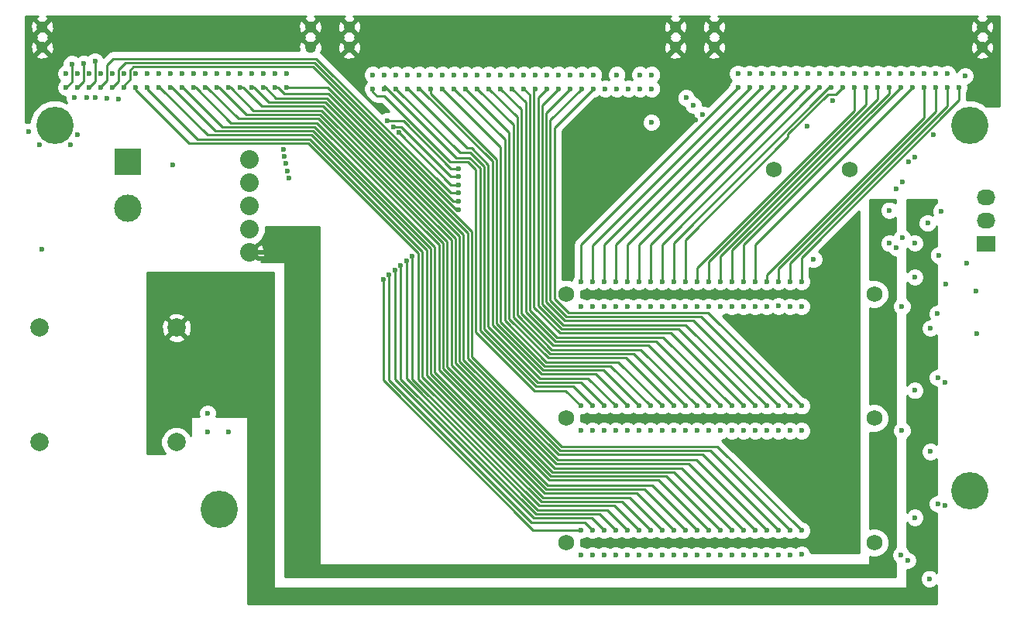
<source format=gbr>
G04 #@! TF.FileFunction,Copper,L2,Inr,Plane*
%FSLAX46Y46*%
G04 Gerber Fmt 4.6, Leading zero omitted, Abs format (unit mm)*
G04 Created by KiCad (PCBNEW 4.0.6) date 09/19/17 09:44:05*
%MOMM*%
%LPD*%
G01*
G04 APERTURE LIST*
%ADD10C,0.100000*%
%ADD11C,2.000000*%
%ADD12R,2.032000X1.727200*%
%ADD13O,2.032000X1.727200*%
%ADD14C,1.270000*%
%ADD15R,3.000000X3.000000*%
%ADD16C,3.000000*%
%ADD17C,2.032000*%
%ADD18C,4.064000*%
%ADD19C,1.750000*%
%ADD20C,0.600000*%
%ADD21C,0.500000*%
%ADD22C,0.250000*%
%ADD23C,0.254000*%
G04 APERTURE END LIST*
D10*
D11*
X63300000Y-78650000D03*
X63300000Y-66150000D03*
X48300000Y-78650000D03*
X48300000Y-66150000D03*
D12*
X151800000Y-57000000D03*
D13*
X151800000Y-54460000D03*
X151800000Y-51920000D03*
D14*
X77927400Y-33237000D03*
X48615800Y-33237000D03*
X77927400Y-35497600D03*
X48615800Y-35497600D03*
X151384200Y-33237000D03*
X122072600Y-33237000D03*
X151384200Y-35497600D03*
X122072600Y-35497600D03*
D15*
X58000000Y-48000000D03*
D16*
X58000000Y-53080000D03*
D14*
X117830800Y-33237000D03*
X82169200Y-33237000D03*
X117830800Y-35497600D03*
X82169200Y-35497600D03*
D17*
X71270000Y-57930000D03*
X71270000Y-55390000D03*
X71270000Y-52850000D03*
X71270000Y-50310000D03*
X71270000Y-47770000D03*
D18*
X50000000Y-44000000D03*
X150000000Y-44000000D03*
X150000000Y-84000000D03*
X68000000Y-86000000D03*
D19*
X105910900Y-62449000D03*
X139565900Y-62449000D03*
X105910900Y-76049000D03*
X139565900Y-76049000D03*
X105910900Y-89649000D03*
X139565900Y-89649000D03*
X136865900Y-48849500D03*
X128610900Y-48849500D03*
D20*
X132940000Y-58660000D03*
X115200000Y-43690000D03*
X144000000Y-56900000D03*
X144010000Y-47490000D03*
X144000000Y-73000000D03*
X144000000Y-86900000D03*
X144000000Y-60600000D03*
X112700000Y-39993400D03*
X66700000Y-75500000D03*
X136708400Y-77412980D03*
X143300000Y-48000000D03*
X136708400Y-63812980D03*
X135438400Y-63812980D03*
X134168400Y-63812980D03*
X112700000Y-38469400D03*
X110160000Y-38469400D03*
X141950000Y-50930000D03*
X117050000Y-43590000D03*
X118570000Y-43790000D03*
X141950000Y-57370000D03*
X143200000Y-91600000D03*
X120060000Y-43410000D03*
X69000000Y-75500000D03*
X145500000Y-52600000D03*
X120800000Y-42800000D03*
X110160000Y-39993400D03*
X111430000Y-38469400D03*
X142610000Y-56320000D03*
X142610000Y-50210000D03*
X142600000Y-77400000D03*
X142600000Y-63800000D03*
X142500000Y-91000000D03*
X150800000Y-66800000D03*
X150700000Y-62100000D03*
X141180000Y-74020000D03*
X141210000Y-87800000D03*
X139500000Y-52500000D03*
X146890000Y-53380000D03*
X147400000Y-61400000D03*
X146000000Y-45000000D03*
X119800000Y-41800000D03*
X111430000Y-39993400D03*
X73300000Y-57900000D03*
X73300000Y-58600000D03*
X73300000Y-57100000D03*
X141200000Y-53300000D03*
X141210000Y-56910000D03*
X113970000Y-38469400D03*
X72796600Y-39866400D03*
X129088400Y-88285020D03*
X74066600Y-39866400D03*
X130358400Y-88285020D03*
X131630000Y-88320000D03*
X75336600Y-39866400D03*
X62636600Y-39866400D03*
X118928400Y-88285020D03*
X63906600Y-39866400D03*
X120198400Y-88285020D03*
X66446600Y-39866400D03*
X122738400Y-88285020D03*
X65176600Y-39866400D03*
X121468400Y-88285020D03*
X126548400Y-88285020D03*
X70256600Y-39866400D03*
X71526600Y-39866400D03*
X127818400Y-88285020D03*
X68986600Y-39866400D03*
X125278400Y-88285020D03*
X67716600Y-39866400D03*
X124008400Y-88285020D03*
X94140000Y-53220000D03*
X89090000Y-58300000D03*
X113848400Y-88285020D03*
X57556600Y-39866400D03*
X58826600Y-39866400D03*
X115118400Y-88285020D03*
X61366600Y-39866400D03*
X117658400Y-88285020D03*
X60096600Y-39866400D03*
X116388400Y-88285020D03*
X94140000Y-51420000D03*
X87810000Y-59350000D03*
X111308400Y-88285020D03*
X55016600Y-39866400D03*
X88450000Y-58830000D03*
X112578400Y-88285020D03*
X94140000Y-52320000D03*
X56286600Y-39866400D03*
X94140000Y-50530000D03*
X54380000Y-37010000D03*
X53746600Y-39866400D03*
X87170000Y-59850000D03*
X110038400Y-88285020D03*
X87580000Y-44790000D03*
X146450000Y-64600000D03*
X146600000Y-58200000D03*
X146500000Y-71600000D03*
X146500000Y-85400000D03*
X71526600Y-38342400D03*
X127818400Y-91012980D03*
X72796600Y-38342400D03*
X129088400Y-91012980D03*
X75336600Y-38342400D03*
X131630000Y-90950000D03*
X74066600Y-38342400D03*
X130358400Y-91012980D03*
X61366600Y-38342400D03*
X117658400Y-91012980D03*
X62636600Y-38342400D03*
X118928400Y-91012980D03*
X65176600Y-38342400D03*
X121468400Y-91012980D03*
X63906600Y-38342400D03*
X120198400Y-91012980D03*
X110038400Y-91012980D03*
X75270000Y-48180000D03*
X53746600Y-38342400D03*
X54380000Y-40930000D03*
X111308400Y-91012980D03*
X75120000Y-47390000D03*
X55016600Y-38342400D03*
X55670000Y-41050000D03*
X108768400Y-91012980D03*
X53510000Y-40970000D03*
X75420000Y-48980000D03*
X52476600Y-38342400D03*
X107498400Y-91012980D03*
X52170000Y-41000000D03*
X75590000Y-49770000D03*
X51206600Y-38342400D03*
X112578400Y-91012980D03*
X56920000Y-41140000D03*
X74970000Y-46600000D03*
X56286600Y-38342400D03*
X57556600Y-38342400D03*
X113848400Y-91012980D03*
X60096600Y-38342400D03*
X116388400Y-91012980D03*
X58826600Y-38342400D03*
X115118400Y-91012980D03*
X94140000Y-48730000D03*
X51850000Y-37290000D03*
X86310000Y-43530000D03*
X51206600Y-39866400D03*
X85900000Y-60880000D03*
X107498400Y-88285020D03*
X86540000Y-60380000D03*
X94140000Y-49630000D03*
X108768400Y-88285020D03*
X52476600Y-39866400D03*
X87010000Y-44160000D03*
X53120000Y-37230000D03*
X66446600Y-38342400D03*
X122738400Y-91012980D03*
X67716600Y-38342400D03*
X124008400Y-91012980D03*
X70256600Y-38342400D03*
X126548400Y-91012980D03*
X68986600Y-38342400D03*
X125278400Y-91012980D03*
X102540000Y-39993400D03*
X125278400Y-74685020D03*
X103810000Y-39993400D03*
X126548400Y-74685020D03*
X106350000Y-39993400D03*
X129088400Y-74685020D03*
X105080000Y-39993400D03*
X127818400Y-74685020D03*
X131628400Y-74685020D03*
X108890000Y-39993400D03*
X107620000Y-39993400D03*
X130358400Y-74685020D03*
X125278400Y-77412980D03*
X102540000Y-38469400D03*
X103810000Y-38469400D03*
X126548400Y-77412980D03*
X106350000Y-38469400D03*
X129088400Y-77412980D03*
X105080000Y-38469400D03*
X127818400Y-77412980D03*
X131628400Y-77412980D03*
X108890000Y-38469400D03*
X107620000Y-38469400D03*
X130358400Y-77412980D03*
X97460000Y-38469400D03*
X120198400Y-77412980D03*
X98730000Y-38469400D03*
X121468400Y-77412980D03*
X124008400Y-77412980D03*
X101270000Y-38469400D03*
X100000000Y-38469400D03*
X122738400Y-77412980D03*
X97460000Y-39993400D03*
X120198400Y-74685020D03*
X98730000Y-39993400D03*
X121468400Y-74685020D03*
X101270000Y-39993400D03*
X124008400Y-74685020D03*
X100000000Y-39993400D03*
X122738400Y-74685020D03*
X94920000Y-39993400D03*
X117658400Y-74685020D03*
X96190000Y-39993400D03*
X118928400Y-74685020D03*
X87300000Y-39993400D03*
X110038400Y-74685020D03*
X88570000Y-39993400D03*
X111308400Y-74685020D03*
X108768400Y-74685020D03*
X86030000Y-39993400D03*
X112578400Y-74685020D03*
X89840000Y-39993400D03*
X91110000Y-39993400D03*
X113848400Y-74685020D03*
X93650000Y-39993400D03*
X116388400Y-74685020D03*
X115118400Y-74685020D03*
X92380000Y-39993400D03*
X94920000Y-38469400D03*
X117658400Y-77412980D03*
X96190000Y-38469400D03*
X118928400Y-77412980D03*
X87300000Y-38469400D03*
X110038400Y-77412980D03*
X88570000Y-38469400D03*
X111308400Y-77412980D03*
X86030000Y-38469400D03*
X108768400Y-77412980D03*
X84760000Y-38469400D03*
X107498400Y-77412980D03*
X89840000Y-38469400D03*
X112578400Y-77412980D03*
X91110000Y-38469400D03*
X113848400Y-77412980D03*
X116388400Y-77412980D03*
X93650000Y-38469400D03*
X92380000Y-38469400D03*
X115118400Y-77412980D03*
X107498400Y-74685020D03*
X84760000Y-39993400D03*
X142443400Y-39866400D03*
X125278400Y-61085020D03*
X126548400Y-61085020D03*
X143713400Y-39866400D03*
X129088400Y-61085020D03*
X146253400Y-39866400D03*
X144983400Y-39866400D03*
X127818400Y-61085020D03*
X131628400Y-61085020D03*
X148793400Y-39866400D03*
X147523400Y-39866400D03*
X130358400Y-61085020D03*
X142443400Y-38342400D03*
X125278400Y-63812980D03*
X143713400Y-38342400D03*
X126548400Y-63812980D03*
X146253400Y-38342400D03*
X129100000Y-63780000D03*
X144983400Y-38342400D03*
X127818400Y-63812980D03*
X131628400Y-63812980D03*
X149500000Y-38600000D03*
X130358400Y-63812980D03*
X147550000Y-38325000D03*
X120198400Y-63812980D03*
X137363400Y-38342400D03*
X138633400Y-38342400D03*
X121468400Y-63812980D03*
X141173400Y-38342400D03*
X124008400Y-63812980D03*
X139903400Y-38342400D03*
X122740000Y-63810000D03*
X120198400Y-61085020D03*
X137363400Y-39866400D03*
X138633400Y-39866400D03*
X121468400Y-61085020D03*
X141173400Y-39866400D03*
X124008400Y-61085020D03*
X139903400Y-39866400D03*
X122738400Y-61085020D03*
X117658400Y-61085020D03*
X134823400Y-39866400D03*
X136093400Y-39866400D03*
X118928400Y-61085020D03*
X110038400Y-61085020D03*
X127203400Y-39866400D03*
X111308400Y-61085020D03*
X128473400Y-39866400D03*
X108768400Y-61085020D03*
X125933400Y-39866400D03*
X112578400Y-61085020D03*
X129743400Y-39866400D03*
X113848400Y-61085020D03*
X131013400Y-39866400D03*
X116388400Y-61085020D03*
X133553400Y-39866400D03*
X115118400Y-61085020D03*
X132283400Y-39866400D03*
X117658400Y-63812980D03*
X134823400Y-38342400D03*
X136093400Y-38342400D03*
X118928400Y-63812980D03*
X127203400Y-38342400D03*
X110038400Y-63812980D03*
X128473400Y-38342400D03*
X111308400Y-63812980D03*
X125933400Y-38342400D03*
X108768400Y-63812980D03*
X107498400Y-63812980D03*
X124663400Y-38342400D03*
X129743400Y-38342400D03*
X112578400Y-63812980D03*
X113848400Y-63812980D03*
X131013400Y-38342400D03*
X133553400Y-38342400D03*
X116388400Y-63812980D03*
X115118400Y-63812980D03*
X132283400Y-38342400D03*
X107498400Y-61085020D03*
X124663400Y-39866400D03*
X113970000Y-39993400D03*
X119000000Y-41000000D03*
X135000000Y-41300000D03*
X132200000Y-44100000D03*
X147300000Y-85600000D03*
X147300000Y-72100000D03*
X149700000Y-59100000D03*
X145400000Y-54700000D03*
X145700000Y-79700000D03*
X145700000Y-66200000D03*
X145600000Y-93600000D03*
X62850000Y-48300000D03*
X69000000Y-77500000D03*
X66700000Y-77500000D03*
X48600000Y-57600000D03*
X48300000Y-46100000D03*
X51700000Y-46100000D03*
X52500000Y-45000000D03*
X47100000Y-44700000D03*
X115240000Y-38469400D03*
X115240000Y-39993400D03*
D21*
X72200000Y-58600000D02*
X73300000Y-58600000D01*
X72200000Y-58600000D02*
X71530000Y-57930000D01*
X71270000Y-57930000D02*
X71530000Y-57930000D01*
X73300000Y-57100000D02*
X73300000Y-57900000D01*
X73270000Y-57930000D02*
X73300000Y-57900000D01*
X73270000Y-57930000D02*
X71270000Y-57930000D01*
D22*
X72796600Y-39866400D02*
X73026400Y-39866400D01*
X120833384Y-80030004D02*
X129088400Y-88285020D01*
X105047208Y-80030004D02*
X120833384Y-80030004D01*
X94679982Y-69662778D02*
X105047208Y-80030004D01*
X94679982Y-55972792D02*
X94679982Y-69662778D01*
X79727192Y-41020002D02*
X94679982Y-55972792D01*
X74180002Y-41020002D02*
X79727192Y-41020002D01*
X73026400Y-39866400D02*
X74180002Y-41020002D01*
X74066600Y-39866400D02*
X74406400Y-39866400D01*
X121653382Y-79580002D02*
X130358400Y-88285020D01*
X105233604Y-79580002D02*
X121653382Y-79580002D01*
X95129984Y-69476382D02*
X105233604Y-79580002D01*
X95129984Y-55786396D02*
X95129984Y-69476382D01*
X79913588Y-40570000D02*
X95129984Y-55786396D01*
X75110000Y-40570000D02*
X79913588Y-40570000D01*
X74406400Y-39866400D02*
X75110000Y-40570000D01*
X122440000Y-79130000D02*
X131630000Y-88320000D01*
X79846386Y-39866400D02*
X95579986Y-55600000D01*
X95579986Y-55600000D02*
X95579986Y-69289986D01*
X95579986Y-69289986D02*
X105420000Y-79130000D01*
X105420000Y-79130000D02*
X122440000Y-79130000D01*
X75336600Y-39866400D02*
X79846386Y-39866400D01*
X62636600Y-39866400D02*
X62806400Y-39866400D01*
X114463382Y-83820002D02*
X118928400Y-88285020D01*
X103713604Y-83820002D02*
X114463382Y-83820002D01*
X91079966Y-71186364D02*
X103713604Y-83820002D01*
X91079966Y-57463960D02*
X91079966Y-71186364D01*
X78236024Y-44620018D02*
X91079966Y-57463960D01*
X67560018Y-44620018D02*
X78236024Y-44620018D01*
X62806400Y-39866400D02*
X67560018Y-44620018D01*
X63906600Y-39866400D02*
X64006400Y-39866400D01*
X115283380Y-83370000D02*
X120198400Y-88285020D01*
X103900000Y-83370000D02*
X115283380Y-83370000D01*
X91529968Y-70999968D02*
X103900000Y-83370000D01*
X91529968Y-57277564D02*
X91529968Y-70999968D01*
X78422420Y-44170016D02*
X91529968Y-57277564D01*
X68310016Y-44170016D02*
X78422420Y-44170016D01*
X64006400Y-39866400D02*
X68310016Y-44170016D01*
X66446600Y-39866400D02*
X66646400Y-39866400D01*
X116833388Y-82380008D02*
X122738400Y-88285020D01*
X104215222Y-82380008D02*
X116833388Y-82380008D01*
X92429972Y-70594758D02*
X104215222Y-82380008D01*
X92429972Y-56904772D02*
X92429972Y-70594758D01*
X78795212Y-43270012D02*
X92429972Y-56904772D01*
X70050012Y-43270012D02*
X78795212Y-43270012D01*
X66646400Y-39866400D02*
X70050012Y-43270012D01*
X65176600Y-39866400D02*
X65416400Y-39866400D01*
X116013390Y-82830010D02*
X121468400Y-88285020D01*
X104028826Y-82830010D02*
X116013390Y-82830010D01*
X91979970Y-70781154D02*
X104028826Y-82830010D01*
X91979970Y-57091168D02*
X91979970Y-70781154D01*
X78608816Y-43720014D02*
X91979970Y-57091168D01*
X69270014Y-43720014D02*
X78608816Y-43720014D01*
X65416400Y-39866400D02*
X69270014Y-43720014D01*
X104774410Y-81030002D02*
X119293382Y-81030002D01*
X70596400Y-39866400D02*
X72650006Y-41920006D01*
X72650006Y-41920006D02*
X79354400Y-41920006D01*
X79354400Y-41920006D02*
X93779978Y-56345584D01*
X93779978Y-56345584D02*
X93779978Y-70035570D01*
X93779978Y-70035570D02*
X104774410Y-81030002D01*
X70256600Y-39866400D02*
X70596400Y-39866400D01*
X119293382Y-81030002D02*
X126548400Y-88285020D01*
X71526600Y-39866400D02*
X71786400Y-39866400D01*
X120113380Y-80580000D02*
X127818400Y-88285020D01*
X104960806Y-80580000D02*
X120113380Y-80580000D01*
X94229980Y-69849174D02*
X104960806Y-80580000D01*
X94229980Y-56159188D02*
X94229980Y-69849174D01*
X79540796Y-41470004D02*
X94229980Y-56159188D01*
X73390004Y-41470004D02*
X79540796Y-41470004D01*
X71786400Y-39866400D02*
X73390004Y-41470004D01*
X68986600Y-39866400D02*
X69216400Y-39866400D01*
X118473384Y-81480004D02*
X125278400Y-88285020D01*
X104588014Y-81480004D02*
X118473384Y-81480004D01*
X93329976Y-70221966D02*
X104588014Y-81480004D01*
X93329976Y-56531980D02*
X93329976Y-70221966D01*
X79168004Y-42370008D02*
X93329976Y-56531980D01*
X71720008Y-42370008D02*
X79168004Y-42370008D01*
X69216400Y-39866400D02*
X71720008Y-42370008D01*
X67716600Y-39866400D02*
X67946400Y-39866400D01*
X117653386Y-81930006D02*
X124008400Y-88285020D01*
X104401618Y-81930006D02*
X117653386Y-81930006D01*
X92879974Y-70408362D02*
X104401618Y-81930006D01*
X92879974Y-56718376D02*
X92879974Y-70408362D01*
X78981608Y-42820010D02*
X92879974Y-56718376D01*
X70900010Y-42820010D02*
X78981608Y-42820010D01*
X67946400Y-39866400D02*
X70900010Y-42820010D01*
X94140000Y-53220000D02*
X93836384Y-53220000D01*
X57556600Y-39633400D02*
X57556600Y-39866400D01*
X78206384Y-37590000D02*
X93836384Y-53220000D01*
X58600000Y-37590000D02*
X78206384Y-37590000D01*
X58200000Y-37990000D02*
X58600000Y-37590000D01*
X58200000Y-38990000D02*
X58200000Y-37990000D01*
X57556600Y-39633400D02*
X58200000Y-38990000D01*
X89090000Y-58300000D02*
X89090000Y-71741990D01*
X89090000Y-71741990D02*
X102968020Y-85620010D01*
X102968020Y-85620010D02*
X111183390Y-85620010D01*
X111183390Y-85620010D02*
X113848400Y-88285020D01*
X57556600Y-39866400D02*
X57556600Y-39866600D01*
X58826600Y-39866400D02*
X58826600Y-40116600D01*
X112003388Y-85170008D02*
X115118400Y-88285020D01*
X103154416Y-85170008D02*
X112003388Y-85170008D01*
X89729960Y-71745552D02*
X103154416Y-85170008D01*
X89729960Y-58023148D02*
X89729960Y-71745552D01*
X77676836Y-45970024D02*
X89729960Y-58023148D01*
X64680024Y-45970024D02*
X77676836Y-45970024D01*
X58826600Y-40116600D02*
X64680024Y-45970024D01*
X61366600Y-39866400D02*
X61466400Y-39866400D01*
X113643384Y-84270004D02*
X117658400Y-88285020D01*
X103527208Y-84270004D02*
X113643384Y-84270004D01*
X90629964Y-71372760D02*
X103527208Y-84270004D01*
X90629964Y-57650356D02*
X90629964Y-71372760D01*
X78049628Y-45070020D02*
X90629964Y-57650356D01*
X66670020Y-45070020D02*
X78049628Y-45070020D01*
X61466400Y-39866400D02*
X66670020Y-45070020D01*
X60096600Y-39866400D02*
X60096600Y-40016600D01*
X112823386Y-84720006D02*
X116388400Y-88285020D01*
X103340812Y-84720006D02*
X112823386Y-84720006D01*
X90179962Y-71559156D02*
X103340812Y-84720006D01*
X90179962Y-57836752D02*
X90179962Y-71559156D01*
X77863232Y-45520022D02*
X90179962Y-57836752D01*
X65600022Y-45520022D02*
X77863232Y-45520022D01*
X60096600Y-40016600D02*
X65600022Y-45520022D01*
X94140000Y-51420000D02*
X93309180Y-51420000D01*
X87810000Y-71770000D02*
X102560014Y-86520014D01*
X102560014Y-86520014D02*
X109543394Y-86520014D01*
X109543394Y-86520014D02*
X111308400Y-88285020D01*
X87810000Y-59350000D02*
X87810000Y-71770000D01*
X93309180Y-51420000D02*
X78579176Y-36689996D01*
X55016600Y-39753400D02*
X55650000Y-39120000D01*
X55650000Y-39120000D02*
X55650000Y-37430000D01*
X55650000Y-37430000D02*
X56390004Y-36689996D01*
X56390004Y-36689996D02*
X78579176Y-36689996D01*
X55016600Y-39866400D02*
X55016600Y-39753400D01*
X94140000Y-52320000D02*
X93572782Y-52320000D01*
X88450000Y-71738388D02*
X102781624Y-86070012D01*
X102781624Y-86070012D02*
X110363392Y-86070012D01*
X110363392Y-86070012D02*
X112578400Y-88285020D01*
X88450000Y-58830000D02*
X88450000Y-71738388D01*
X56286600Y-39866400D02*
X56286600Y-39823400D01*
X57730002Y-37139998D02*
X78392780Y-37139998D01*
X56920000Y-37950000D02*
X57730002Y-37139998D01*
X56920000Y-39190000D02*
X56920000Y-37950000D01*
X56286600Y-39823400D02*
X56920000Y-39190000D01*
X78392780Y-37139998D02*
X93572782Y-52320000D01*
X94140000Y-50530000D02*
X93320000Y-50530000D01*
X87170000Y-71766398D02*
X102373618Y-86970016D01*
X102373618Y-86970016D02*
X108723396Y-86970016D01*
X108723396Y-86970016D02*
X110038400Y-88285020D01*
X53746600Y-39853400D02*
X54380000Y-39220000D01*
X54380000Y-39220000D02*
X54380000Y-37010000D01*
X53746600Y-39866400D02*
X53746600Y-39853400D01*
X87170000Y-59850000D02*
X87170000Y-71766398D01*
X93320000Y-50530000D02*
X87580000Y-44790000D01*
X127820000Y-91014580D02*
X127818400Y-91012980D01*
X127820000Y-91014580D02*
X127820000Y-91020000D01*
X129090000Y-91014580D02*
X129088400Y-91012980D01*
X129090000Y-91014580D02*
X129090000Y-91020000D01*
X130360000Y-91014580D02*
X130358400Y-91012980D01*
X130360000Y-91014580D02*
X130360000Y-91020000D01*
X117660000Y-91011380D02*
X117658400Y-91012980D01*
X117660000Y-91011380D02*
X117660000Y-91000000D01*
X118940000Y-91001380D02*
X118928400Y-91012980D01*
X118940000Y-91001380D02*
X118940000Y-91000000D01*
X121460000Y-91004580D02*
X121468400Y-91012980D01*
X121460000Y-91004580D02*
X121460000Y-91000000D01*
X120200000Y-91011380D02*
X120198400Y-91012980D01*
X120200000Y-91011380D02*
X120200000Y-91000000D01*
X110030000Y-91010000D02*
X110035420Y-91010000D01*
X110035420Y-91010000D02*
X110038400Y-91012980D01*
X111310000Y-91010000D02*
X111310000Y-91011380D01*
X111310000Y-91011380D02*
X111308400Y-91012980D01*
X108770000Y-91011380D02*
X108768400Y-91012980D01*
X108770000Y-91010000D02*
X108770000Y-91011380D01*
X107490000Y-91010000D02*
X107495420Y-91010000D01*
X107495420Y-91010000D02*
X107498400Y-91012980D01*
X112570000Y-91010000D02*
X112575420Y-91010000D01*
X112575420Y-91010000D02*
X112578400Y-91012980D01*
X113860000Y-91001380D02*
X113848400Y-91012980D01*
X113860000Y-91001380D02*
X113860000Y-91000000D01*
X116400000Y-91001380D02*
X116388400Y-91012980D01*
X116400000Y-91001380D02*
X116400000Y-91000000D01*
X115110000Y-91004580D02*
X115118400Y-91012980D01*
X115110000Y-91004580D02*
X115110000Y-91000000D01*
X86310000Y-43530000D02*
X88100000Y-43530000D01*
X85900000Y-71886398D02*
X102298622Y-88285020D01*
X102298622Y-88285020D02*
X107498400Y-88285020D01*
X51213600Y-39866400D02*
X51840000Y-39240000D01*
X51840000Y-39240000D02*
X51840000Y-37300000D01*
X51840000Y-37300000D02*
X51850000Y-37290000D01*
X51206600Y-39866400D02*
X51213600Y-39866400D01*
X85900000Y-60880000D02*
X85900000Y-71886398D01*
X93300000Y-48730000D02*
X94140000Y-48730000D01*
X88100000Y-43530000D02*
X93300000Y-48730000D01*
X94140000Y-49630000D02*
X93310000Y-49630000D01*
X86540000Y-71890000D02*
X102070018Y-87420018D01*
X102070018Y-87420018D02*
X107903398Y-87420018D01*
X107903398Y-87420018D02*
X108768400Y-88285020D01*
X86540000Y-60380000D02*
X86540000Y-71890000D01*
X93310000Y-49630000D02*
X87840000Y-44160000D01*
X87840000Y-44160000D02*
X87010000Y-44160000D01*
X52476600Y-39866400D02*
X52476600Y-39853400D01*
X53120000Y-39210000D02*
X53120000Y-37230000D01*
X52476600Y-39853400D02*
X53120000Y-39210000D01*
X122740000Y-91011380D02*
X122738400Y-91012980D01*
X122740000Y-91011380D02*
X122740000Y-91000000D01*
X124000000Y-91004580D02*
X124008400Y-91012980D01*
X124000000Y-91004580D02*
X124000000Y-91000000D01*
X126550000Y-91014580D02*
X126548400Y-91012980D01*
X126550000Y-91014580D02*
X126550000Y-91020000D01*
X125271380Y-91020000D02*
X125278400Y-91012980D01*
X125271380Y-91020000D02*
X125270000Y-91020000D01*
X102359990Y-63905582D02*
X102359990Y-40173410D01*
X102359990Y-63905582D02*
X105184418Y-66730010D01*
X105184418Y-66730010D02*
X117323390Y-66730010D01*
X117323390Y-66730010D02*
X125278400Y-74685020D01*
X102359990Y-40173410D02*
X102540000Y-39993400D01*
X102809992Y-63719186D02*
X102809992Y-40993408D01*
X102809992Y-63719186D02*
X105370814Y-66280008D01*
X105370814Y-66280008D02*
X118143388Y-66280008D01*
X118143388Y-66280008D02*
X126548400Y-74685020D01*
X102809992Y-40993408D02*
X103810000Y-39993400D01*
X103709996Y-63346394D02*
X103709996Y-42633404D01*
X103709996Y-63346394D02*
X105743606Y-65380004D01*
X105743606Y-65380004D02*
X119783384Y-65380004D01*
X119783384Y-65380004D02*
X129088400Y-74685020D01*
X103709996Y-42633404D02*
X106350000Y-39993400D01*
X103259994Y-63532790D02*
X103259994Y-41813406D01*
X103259994Y-63532790D02*
X105557210Y-65830006D01*
X105557210Y-65830006D02*
X118963386Y-65830006D01*
X118963386Y-65830006D02*
X127818400Y-74685020D01*
X103259994Y-41813406D02*
X105080000Y-39993400D01*
X104610000Y-62970000D02*
X104610000Y-44273400D01*
X104610000Y-62970000D02*
X106120000Y-64480000D01*
X106120000Y-64480000D02*
X121423380Y-64480000D01*
X121423380Y-64480000D02*
X131628400Y-74685020D01*
X104610000Y-44273400D02*
X108890000Y-39993400D01*
X104159998Y-57900000D02*
X104159998Y-43453402D01*
X104159998Y-43453402D02*
X107620000Y-39993400D01*
X120603382Y-64930002D02*
X130358400Y-74685020D01*
X105930002Y-64930002D02*
X120603382Y-64930002D01*
X104159998Y-63159998D02*
X105930002Y-64930002D01*
X104159998Y-57800002D02*
X104159998Y-57900000D01*
X104159998Y-57900000D02*
X104159998Y-63159998D01*
X100559982Y-50500000D02*
X100559982Y-43093382D01*
X100559982Y-43093382D02*
X97460000Y-39993400D01*
X100559982Y-50390018D02*
X100559982Y-50500000D01*
X100559982Y-50500000D02*
X100559982Y-64789176D01*
X100559982Y-64789176D02*
X104300824Y-68530018D01*
X114043398Y-68530018D02*
X120198400Y-74685020D01*
X104300824Y-68530018D02*
X114043398Y-68530018D01*
X101009984Y-64602780D02*
X101009984Y-42273384D01*
X104487220Y-68080016D02*
X114863396Y-68080016D01*
X114863396Y-68080016D02*
X121468400Y-74685020D01*
X101009984Y-64602780D02*
X104487220Y-68080016D01*
X101009984Y-42273384D02*
X98730000Y-39993400D01*
X101909988Y-64229988D02*
X101909988Y-40633388D01*
X104860012Y-67180012D02*
X116503392Y-67180012D01*
X116503392Y-67180012D02*
X124008400Y-74685020D01*
X101909988Y-64229988D02*
X104860012Y-67180012D01*
X101909988Y-40633388D02*
X101270000Y-39993400D01*
X101459986Y-52500000D02*
X101459986Y-41453386D01*
X101459986Y-41453386D02*
X100000000Y-39993400D01*
X101459986Y-52460014D02*
X101459986Y-52500000D01*
X101459986Y-52500000D02*
X101459986Y-64416384D01*
X101459986Y-64416384D02*
X104673616Y-67630014D01*
X115683394Y-67630014D02*
X122738400Y-74685020D01*
X104673616Y-67630014D02*
X115683394Y-67630014D01*
X99659978Y-65166376D02*
X99659978Y-44733378D01*
X103923624Y-69430022D02*
X112403402Y-69430022D01*
X112403402Y-69430022D02*
X117658400Y-74685020D01*
X99659978Y-65166376D02*
X103923624Y-69430022D01*
X99659978Y-44733378D02*
X94920000Y-39993400D01*
X100109980Y-49400000D02*
X100109980Y-43913380D01*
X100109980Y-43913380D02*
X96190000Y-39993400D01*
X100109980Y-49390020D02*
X100109980Y-49400000D01*
X100109980Y-49400000D02*
X100109980Y-64979980D01*
X100109980Y-64979980D02*
X104110020Y-68980020D01*
X113223400Y-68980020D02*
X118928400Y-74685020D01*
X104110020Y-68980020D02*
X113223400Y-68980020D01*
X87300000Y-39993400D02*
X87300000Y-39999996D01*
X94300004Y-47000000D02*
X95437200Y-47000000D01*
X87300000Y-39999996D02*
X94300004Y-47000000D01*
X107483414Y-72130034D02*
X110038400Y-74685020D01*
X102805248Y-72130034D02*
X107483414Y-72130034D01*
X96929992Y-66254778D02*
X102805248Y-72130034D01*
X96929992Y-48492792D02*
X96929992Y-66254778D01*
X95437200Y-47000000D02*
X96929992Y-48492792D01*
X88570000Y-39993400D02*
X88593400Y-39993400D01*
X97379994Y-48306396D02*
X97379994Y-66068382D01*
X97379994Y-66068382D02*
X102991644Y-71680032D01*
X102991644Y-71680032D02*
X108303412Y-71680032D01*
X108303412Y-71680032D02*
X111308400Y-74685020D01*
X95573598Y-46500000D02*
X97379994Y-48306396D01*
X95100000Y-46500000D02*
X95573598Y-46500000D01*
X88593400Y-39993400D02*
X95100000Y-46500000D01*
X95350800Y-47549998D02*
X96479990Y-48679188D01*
X96479990Y-48679188D02*
X96479990Y-66441174D01*
X96479990Y-66441174D02*
X102618852Y-72580036D01*
X102618852Y-72580036D02*
X106663416Y-72580036D01*
X106663416Y-72580036D02*
X108768400Y-74685020D01*
X86030000Y-39730000D02*
X93849998Y-47549998D01*
X93849998Y-47549998D02*
X95350800Y-47549998D01*
X86030000Y-39993400D02*
X86030000Y-39730000D01*
X97829996Y-65881986D02*
X97829996Y-47929996D01*
X89893400Y-39993400D02*
X97829996Y-47929996D01*
X109123410Y-71230030D02*
X112578400Y-74685020D01*
X103178040Y-71230030D02*
X109123410Y-71230030D01*
X97829996Y-65881986D02*
X103178040Y-71230030D01*
X89840000Y-39993400D02*
X89893400Y-39993400D01*
X91110000Y-39993400D02*
X91110000Y-40540002D01*
X98279998Y-65695590D02*
X103364436Y-70780028D01*
X103364436Y-70780028D02*
X109943408Y-70780028D01*
X109943408Y-70780028D02*
X113848400Y-74685020D01*
X98279998Y-47710000D02*
X98279998Y-65695590D01*
X91110000Y-40540002D02*
X98279998Y-47710000D01*
X99209976Y-48000000D02*
X99209976Y-45553376D01*
X99209976Y-45553376D02*
X93650000Y-39993400D01*
X99209976Y-47950024D02*
X99209976Y-48000000D01*
X99209976Y-48000000D02*
X99209976Y-65352772D01*
X99209976Y-65352772D02*
X103737228Y-69880024D01*
X111583404Y-69880024D02*
X116388400Y-74685020D01*
X103737228Y-69880024D02*
X111583404Y-69880024D01*
X98730000Y-65509194D02*
X98730000Y-46343400D01*
X110763406Y-70330026D02*
X115118400Y-74685020D01*
X103550832Y-70330026D02*
X110763406Y-70330026D01*
X98730000Y-65509194D02*
X103550832Y-70330026D01*
X98730000Y-46343400D02*
X92380000Y-39993400D01*
X84760000Y-39993400D02*
X84760000Y-40360000D01*
X96029988Y-48865584D02*
X96029988Y-66627570D01*
X96029988Y-66627570D02*
X102432456Y-73030038D01*
X102432456Y-73030038D02*
X105843418Y-73030038D01*
X105843418Y-73030038D02*
X107498400Y-74685020D01*
X95164404Y-48000000D02*
X96029988Y-48865584D01*
X93206398Y-48000000D02*
X95164404Y-48000000D01*
X86006398Y-40800000D02*
X93206398Y-48000000D01*
X85200000Y-40800000D02*
X86006398Y-40800000D01*
X84760000Y-40360000D02*
X85200000Y-40800000D01*
X125278400Y-61085020D02*
X125278400Y-57031400D01*
X125278400Y-57031400D02*
X142443400Y-39866400D01*
X126548400Y-61085020D02*
X126548400Y-57031400D01*
X126548400Y-57031400D02*
X143713400Y-39866400D01*
X129088400Y-59920000D02*
X129088400Y-59688804D01*
X146253400Y-42523804D02*
X146253400Y-39866400D01*
X129088400Y-59688804D02*
X146253400Y-42523804D01*
X129088400Y-61085020D02*
X129088400Y-59920000D01*
X127818400Y-61085020D02*
X127818400Y-60322406D01*
X144983400Y-43157406D02*
X144983400Y-39866400D01*
X127818400Y-60322406D02*
X144983400Y-43157406D01*
X131600000Y-58900000D02*
X131600000Y-58450000D01*
X148793400Y-41256600D02*
X148793400Y-39866400D01*
X131600000Y-58450000D02*
X148793400Y-41256600D01*
X131600000Y-61000000D02*
X131600000Y-58900000D01*
X130358400Y-59280000D02*
X130358400Y-59055202D01*
X147523400Y-41890202D02*
X147523400Y-39866400D01*
X130358400Y-59055202D02*
X147523400Y-41890202D01*
X130358400Y-61085020D02*
X130358400Y-59280000D01*
X120198400Y-60210000D02*
X120198400Y-59565808D01*
X137363400Y-42400808D02*
X137363400Y-39866400D01*
X120198400Y-59565808D02*
X137363400Y-42400808D01*
X120198400Y-60210000D02*
X120198400Y-61085020D01*
X121468400Y-59510000D02*
X121468400Y-58932206D01*
X138633400Y-41767206D02*
X138633400Y-39866400D01*
X121468400Y-58932206D02*
X138633400Y-41767206D01*
X121468400Y-61085020D02*
X121468400Y-59510000D01*
X124008400Y-58900000D02*
X124008400Y-57665002D01*
X141173400Y-40500002D02*
X141173400Y-39866400D01*
X124008400Y-57665002D02*
X141173400Y-40500002D01*
X124008400Y-61085020D02*
X124008400Y-58900000D01*
X122738400Y-59290000D02*
X122738400Y-58298604D01*
X139903400Y-41133604D02*
X139903400Y-39866400D01*
X122738400Y-58298604D02*
X139903400Y-41133604D01*
X122738400Y-61085020D02*
X122738400Y-59290000D01*
X134823400Y-39866400D02*
X134633600Y-39866400D01*
X117658400Y-56841600D02*
X117658400Y-61085020D01*
X134633600Y-39866400D02*
X117658400Y-56841600D01*
X130150000Y-45280000D02*
X130150000Y-44986398D01*
X134536398Y-40600000D02*
X135400000Y-40600000D01*
X130150000Y-44986398D02*
X134536398Y-40600000D01*
X136093400Y-39906600D02*
X135400000Y-40600000D01*
X136093400Y-39866400D02*
X136093400Y-39906600D01*
X130150000Y-45280000D02*
X118928400Y-56501600D01*
X118928400Y-56501600D02*
X118928400Y-61085020D01*
X110038400Y-61085020D02*
X110038400Y-57031400D01*
X110038400Y-57031400D02*
X127203400Y-39866400D01*
X111308400Y-61085020D02*
X111308400Y-57031400D01*
X111308400Y-57031400D02*
X128473400Y-39866400D01*
X108768400Y-61085020D02*
X108768400Y-57131600D01*
X125933400Y-39966600D02*
X125933400Y-39866400D01*
X108768400Y-57131600D02*
X125933400Y-39966600D01*
X112578400Y-61085020D02*
X112578400Y-57031400D01*
X112578400Y-57031400D02*
X129743400Y-39866400D01*
X113848400Y-61085020D02*
X113848400Y-57031400D01*
X113848400Y-57031400D02*
X131013400Y-39866400D01*
X133553400Y-39866400D02*
X133533600Y-39866400D01*
X116388400Y-57011600D02*
X116388400Y-61085020D01*
X133533600Y-39866400D02*
X116388400Y-57011600D01*
X115118400Y-61085020D02*
X115118400Y-57031400D01*
X115118400Y-57031400D02*
X132283400Y-39866400D01*
X107498400Y-61085020D02*
X107498400Y-57031400D01*
X107498400Y-57031400D02*
X124663400Y-39866400D01*
D23*
G36*
X137873000Y-90773000D02*
X132657155Y-90773000D01*
X132657178Y-90746613D01*
X132501156Y-90369011D01*
X132212508Y-90079860D01*
X131835179Y-89923179D01*
X131426613Y-89922822D01*
X131049011Y-90078844D01*
X130962867Y-90164838D01*
X130940908Y-90142840D01*
X130563579Y-89986159D01*
X130155013Y-89985802D01*
X129777411Y-90141824D01*
X129723559Y-90195583D01*
X129670908Y-90142840D01*
X129293579Y-89986159D01*
X128885013Y-89985802D01*
X128507411Y-90141824D01*
X128453559Y-90195583D01*
X128400908Y-90142840D01*
X128023579Y-89986159D01*
X127615013Y-89985802D01*
X127237411Y-90141824D01*
X127183559Y-90195583D01*
X127130908Y-90142840D01*
X126753579Y-89986159D01*
X126345013Y-89985802D01*
X125967411Y-90141824D01*
X125913559Y-90195583D01*
X125860908Y-90142840D01*
X125483579Y-89986159D01*
X125075013Y-89985802D01*
X124697411Y-90141824D01*
X124643559Y-90195583D01*
X124590908Y-90142840D01*
X124213579Y-89986159D01*
X123805013Y-89985802D01*
X123427411Y-90141824D01*
X123373559Y-90195583D01*
X123320908Y-90142840D01*
X122943579Y-89986159D01*
X122535013Y-89985802D01*
X122157411Y-90141824D01*
X122103559Y-90195583D01*
X122050908Y-90142840D01*
X121673579Y-89986159D01*
X121265013Y-89985802D01*
X120887411Y-90141824D01*
X120833559Y-90195583D01*
X120780908Y-90142840D01*
X120403579Y-89986159D01*
X119995013Y-89985802D01*
X119617411Y-90141824D01*
X119563559Y-90195583D01*
X119510908Y-90142840D01*
X119133579Y-89986159D01*
X118725013Y-89985802D01*
X118347411Y-90141824D01*
X118293559Y-90195583D01*
X118240908Y-90142840D01*
X117863579Y-89986159D01*
X117455013Y-89985802D01*
X117077411Y-90141824D01*
X117023559Y-90195583D01*
X116970908Y-90142840D01*
X116593579Y-89986159D01*
X116185013Y-89985802D01*
X115807411Y-90141824D01*
X115753559Y-90195583D01*
X115700908Y-90142840D01*
X115323579Y-89986159D01*
X114915013Y-89985802D01*
X114537411Y-90141824D01*
X114483559Y-90195583D01*
X114430908Y-90142840D01*
X114053579Y-89986159D01*
X113645013Y-89985802D01*
X113267411Y-90141824D01*
X113213559Y-90195583D01*
X113160908Y-90142840D01*
X112783579Y-89986159D01*
X112375013Y-89985802D01*
X111997411Y-90141824D01*
X111943559Y-90195583D01*
X111890908Y-90142840D01*
X111513579Y-89986159D01*
X111105013Y-89985802D01*
X110727411Y-90141824D01*
X110673559Y-90195583D01*
X110620908Y-90142840D01*
X110243579Y-89986159D01*
X109835013Y-89985802D01*
X109457411Y-90141824D01*
X109403559Y-90195583D01*
X109350908Y-90142840D01*
X108973579Y-89986159D01*
X108565013Y-89985802D01*
X108187411Y-90141824D01*
X108133559Y-90195583D01*
X108080908Y-90142840D01*
X107703579Y-89986159D01*
X107505591Y-89985986D01*
X107512621Y-89969055D01*
X107513177Y-89331741D01*
X107505031Y-89312026D01*
X107701787Y-89312198D01*
X108079389Y-89156176D01*
X108133241Y-89102417D01*
X108185892Y-89155160D01*
X108563221Y-89311841D01*
X108971787Y-89312198D01*
X109349389Y-89156176D01*
X109403241Y-89102417D01*
X109455892Y-89155160D01*
X109833221Y-89311841D01*
X110241787Y-89312198D01*
X110619389Y-89156176D01*
X110673241Y-89102417D01*
X110725892Y-89155160D01*
X111103221Y-89311841D01*
X111511787Y-89312198D01*
X111889389Y-89156176D01*
X111943241Y-89102417D01*
X111995892Y-89155160D01*
X112373221Y-89311841D01*
X112781787Y-89312198D01*
X113159389Y-89156176D01*
X113213241Y-89102417D01*
X113265892Y-89155160D01*
X113643221Y-89311841D01*
X114051787Y-89312198D01*
X114429389Y-89156176D01*
X114483241Y-89102417D01*
X114535892Y-89155160D01*
X114913221Y-89311841D01*
X115321787Y-89312198D01*
X115699389Y-89156176D01*
X115753241Y-89102417D01*
X115805892Y-89155160D01*
X116183221Y-89311841D01*
X116591787Y-89312198D01*
X116969389Y-89156176D01*
X117023241Y-89102417D01*
X117075892Y-89155160D01*
X117453221Y-89311841D01*
X117861787Y-89312198D01*
X118239389Y-89156176D01*
X118293241Y-89102417D01*
X118345892Y-89155160D01*
X118723221Y-89311841D01*
X119131787Y-89312198D01*
X119509389Y-89156176D01*
X119563241Y-89102417D01*
X119615892Y-89155160D01*
X119993221Y-89311841D01*
X120401787Y-89312198D01*
X120779389Y-89156176D01*
X120833241Y-89102417D01*
X120885892Y-89155160D01*
X121263221Y-89311841D01*
X121671787Y-89312198D01*
X122049389Y-89156176D01*
X122103241Y-89102417D01*
X122155892Y-89155160D01*
X122533221Y-89311841D01*
X122941787Y-89312198D01*
X123319389Y-89156176D01*
X123373241Y-89102417D01*
X123425892Y-89155160D01*
X123803221Y-89311841D01*
X124211787Y-89312198D01*
X124589389Y-89156176D01*
X124643241Y-89102417D01*
X124695892Y-89155160D01*
X125073221Y-89311841D01*
X125481787Y-89312198D01*
X125859389Y-89156176D01*
X125913241Y-89102417D01*
X125965892Y-89155160D01*
X126343221Y-89311841D01*
X126751787Y-89312198D01*
X127129389Y-89156176D01*
X127183241Y-89102417D01*
X127235892Y-89155160D01*
X127613221Y-89311841D01*
X128021787Y-89312198D01*
X128399389Y-89156176D01*
X128453241Y-89102417D01*
X128505892Y-89155160D01*
X128883221Y-89311841D01*
X129291787Y-89312198D01*
X129669389Y-89156176D01*
X129723241Y-89102417D01*
X129775892Y-89155160D01*
X130153221Y-89311841D01*
X130561787Y-89312198D01*
X130939389Y-89156176D01*
X130976553Y-89119077D01*
X131047492Y-89190140D01*
X131424821Y-89346821D01*
X131833387Y-89347178D01*
X132210989Y-89191156D01*
X132500140Y-88902508D01*
X132656821Y-88525179D01*
X132657178Y-88116613D01*
X132501156Y-87739011D01*
X132212508Y-87449860D01*
X131835179Y-87293179D01*
X131808065Y-87293155D01*
X123042455Y-78527545D01*
X122911631Y-78440132D01*
X122941787Y-78440158D01*
X123319389Y-78284136D01*
X123373241Y-78230377D01*
X123425892Y-78283120D01*
X123803221Y-78439801D01*
X124211787Y-78440158D01*
X124589389Y-78284136D01*
X124643241Y-78230377D01*
X124695892Y-78283120D01*
X125073221Y-78439801D01*
X125481787Y-78440158D01*
X125859389Y-78284136D01*
X125913241Y-78230377D01*
X125965892Y-78283120D01*
X126343221Y-78439801D01*
X126751787Y-78440158D01*
X127129389Y-78284136D01*
X127183241Y-78230377D01*
X127235892Y-78283120D01*
X127613221Y-78439801D01*
X128021787Y-78440158D01*
X128399389Y-78284136D01*
X128453241Y-78230377D01*
X128505892Y-78283120D01*
X128883221Y-78439801D01*
X129291787Y-78440158D01*
X129669389Y-78284136D01*
X129723241Y-78230377D01*
X129775892Y-78283120D01*
X130153221Y-78439801D01*
X130561787Y-78440158D01*
X130939389Y-78284136D01*
X130993241Y-78230377D01*
X131045892Y-78283120D01*
X131423221Y-78439801D01*
X131831787Y-78440158D01*
X132209389Y-78284136D01*
X132498540Y-77995488D01*
X132655221Y-77618159D01*
X132655578Y-77209593D01*
X132499556Y-76831991D01*
X132210908Y-76542840D01*
X131833579Y-76386159D01*
X131425013Y-76385802D01*
X131047411Y-76541824D01*
X130993559Y-76595583D01*
X130940908Y-76542840D01*
X130563579Y-76386159D01*
X130155013Y-76385802D01*
X129777411Y-76541824D01*
X129723559Y-76595583D01*
X129670908Y-76542840D01*
X129293579Y-76386159D01*
X128885013Y-76385802D01*
X128507411Y-76541824D01*
X128453559Y-76595583D01*
X128400908Y-76542840D01*
X128023579Y-76386159D01*
X127615013Y-76385802D01*
X127237411Y-76541824D01*
X127183559Y-76595583D01*
X127130908Y-76542840D01*
X126753579Y-76386159D01*
X126345013Y-76385802D01*
X125967411Y-76541824D01*
X125913559Y-76595583D01*
X125860908Y-76542840D01*
X125483579Y-76386159D01*
X125075013Y-76385802D01*
X124697411Y-76541824D01*
X124643559Y-76595583D01*
X124590908Y-76542840D01*
X124213579Y-76386159D01*
X123805013Y-76385802D01*
X123427411Y-76541824D01*
X123373559Y-76595583D01*
X123320908Y-76542840D01*
X122943579Y-76386159D01*
X122535013Y-76385802D01*
X122157411Y-76541824D01*
X122103559Y-76595583D01*
X122050908Y-76542840D01*
X121673579Y-76386159D01*
X121265013Y-76385802D01*
X120887411Y-76541824D01*
X120833559Y-76595583D01*
X120780908Y-76542840D01*
X120403579Y-76386159D01*
X119995013Y-76385802D01*
X119617411Y-76541824D01*
X119563559Y-76595583D01*
X119510908Y-76542840D01*
X119133579Y-76386159D01*
X118725013Y-76385802D01*
X118347411Y-76541824D01*
X118293559Y-76595583D01*
X118240908Y-76542840D01*
X117863579Y-76386159D01*
X117455013Y-76385802D01*
X117077411Y-76541824D01*
X117023559Y-76595583D01*
X116970908Y-76542840D01*
X116593579Y-76386159D01*
X116185013Y-76385802D01*
X115807411Y-76541824D01*
X115753559Y-76595583D01*
X115700908Y-76542840D01*
X115323579Y-76386159D01*
X114915013Y-76385802D01*
X114537411Y-76541824D01*
X114483559Y-76595583D01*
X114430908Y-76542840D01*
X114053579Y-76386159D01*
X113645013Y-76385802D01*
X113267411Y-76541824D01*
X113213559Y-76595583D01*
X113160908Y-76542840D01*
X112783579Y-76386159D01*
X112375013Y-76385802D01*
X111997411Y-76541824D01*
X111943559Y-76595583D01*
X111890908Y-76542840D01*
X111513579Y-76386159D01*
X111105013Y-76385802D01*
X110727411Y-76541824D01*
X110673559Y-76595583D01*
X110620908Y-76542840D01*
X110243579Y-76386159D01*
X109835013Y-76385802D01*
X109457411Y-76541824D01*
X109403559Y-76595583D01*
X109350908Y-76542840D01*
X108973579Y-76386159D01*
X108565013Y-76385802D01*
X108187411Y-76541824D01*
X108133559Y-76595583D01*
X108080908Y-76542840D01*
X107703579Y-76386159D01*
X107505591Y-76385986D01*
X107512621Y-76369055D01*
X107513177Y-75731741D01*
X107505031Y-75712026D01*
X107701787Y-75712198D01*
X108079389Y-75556176D01*
X108133241Y-75502417D01*
X108185892Y-75555160D01*
X108563221Y-75711841D01*
X108971787Y-75712198D01*
X109349389Y-75556176D01*
X109403241Y-75502417D01*
X109455892Y-75555160D01*
X109833221Y-75711841D01*
X110241787Y-75712198D01*
X110619389Y-75556176D01*
X110673241Y-75502417D01*
X110725892Y-75555160D01*
X111103221Y-75711841D01*
X111511787Y-75712198D01*
X111889389Y-75556176D01*
X111943241Y-75502417D01*
X111995892Y-75555160D01*
X112373221Y-75711841D01*
X112781787Y-75712198D01*
X113159389Y-75556176D01*
X113213241Y-75502417D01*
X113265892Y-75555160D01*
X113643221Y-75711841D01*
X114051787Y-75712198D01*
X114429389Y-75556176D01*
X114483241Y-75502417D01*
X114535892Y-75555160D01*
X114913221Y-75711841D01*
X115321787Y-75712198D01*
X115699389Y-75556176D01*
X115753241Y-75502417D01*
X115805892Y-75555160D01*
X116183221Y-75711841D01*
X116591787Y-75712198D01*
X116969389Y-75556176D01*
X117023241Y-75502417D01*
X117075892Y-75555160D01*
X117453221Y-75711841D01*
X117861787Y-75712198D01*
X118239389Y-75556176D01*
X118293241Y-75502417D01*
X118345892Y-75555160D01*
X118723221Y-75711841D01*
X119131787Y-75712198D01*
X119509389Y-75556176D01*
X119563241Y-75502417D01*
X119615892Y-75555160D01*
X119993221Y-75711841D01*
X120401787Y-75712198D01*
X120779389Y-75556176D01*
X120833241Y-75502417D01*
X120885892Y-75555160D01*
X121263221Y-75711841D01*
X121671787Y-75712198D01*
X122049389Y-75556176D01*
X122103241Y-75502417D01*
X122155892Y-75555160D01*
X122533221Y-75711841D01*
X122941787Y-75712198D01*
X123319389Y-75556176D01*
X123373241Y-75502417D01*
X123425892Y-75555160D01*
X123803221Y-75711841D01*
X124211787Y-75712198D01*
X124589389Y-75556176D01*
X124643241Y-75502417D01*
X124695892Y-75555160D01*
X125073221Y-75711841D01*
X125481787Y-75712198D01*
X125859389Y-75556176D01*
X125913241Y-75502417D01*
X125965892Y-75555160D01*
X126343221Y-75711841D01*
X126751787Y-75712198D01*
X127129389Y-75556176D01*
X127183241Y-75502417D01*
X127235892Y-75555160D01*
X127613221Y-75711841D01*
X128021787Y-75712198D01*
X128399389Y-75556176D01*
X128453241Y-75502417D01*
X128505892Y-75555160D01*
X128883221Y-75711841D01*
X129291787Y-75712198D01*
X129669389Y-75556176D01*
X129723241Y-75502417D01*
X129775892Y-75555160D01*
X130153221Y-75711841D01*
X130561787Y-75712198D01*
X130939389Y-75556176D01*
X130993241Y-75502417D01*
X131045892Y-75555160D01*
X131423221Y-75711841D01*
X131831787Y-75712198D01*
X132209389Y-75556176D01*
X132498540Y-75267528D01*
X132655221Y-74890199D01*
X132655578Y-74481633D01*
X132499556Y-74104031D01*
X132210908Y-73814880D01*
X131833579Y-73658199D01*
X131806465Y-73658175D01*
X122973164Y-64824874D01*
X123320989Y-64681156D01*
X123372550Y-64629685D01*
X123425892Y-64683120D01*
X123803221Y-64839801D01*
X124211787Y-64840158D01*
X124589389Y-64684136D01*
X124643241Y-64630377D01*
X124695892Y-64683120D01*
X125073221Y-64839801D01*
X125481787Y-64840158D01*
X125859389Y-64684136D01*
X125913241Y-64630377D01*
X125965892Y-64683120D01*
X126343221Y-64839801D01*
X126751787Y-64840158D01*
X127129389Y-64684136D01*
X127183241Y-64630377D01*
X127235892Y-64683120D01*
X127613221Y-64839801D01*
X128021787Y-64840158D01*
X128399389Y-64684136D01*
X128475541Y-64608116D01*
X128517492Y-64650140D01*
X128894821Y-64806821D01*
X129303387Y-64807178D01*
X129680989Y-64651156D01*
X129712541Y-64619659D01*
X129775892Y-64683120D01*
X130153221Y-64839801D01*
X130561787Y-64840158D01*
X130939389Y-64684136D01*
X130993241Y-64630377D01*
X131045892Y-64683120D01*
X131423221Y-64839801D01*
X131831787Y-64840158D01*
X132209389Y-64684136D01*
X132498540Y-64395488D01*
X132655221Y-64018159D01*
X132655578Y-63609593D01*
X132499556Y-63231991D01*
X132210908Y-62942840D01*
X131833579Y-62786159D01*
X131425013Y-62785802D01*
X131047411Y-62941824D01*
X130993559Y-62995583D01*
X130940908Y-62942840D01*
X130563579Y-62786159D01*
X130155013Y-62785802D01*
X129777411Y-62941824D01*
X129745859Y-62973321D01*
X129682508Y-62909860D01*
X129305179Y-62753179D01*
X128896613Y-62752822D01*
X128519011Y-62908844D01*
X128442859Y-62984864D01*
X128400908Y-62942840D01*
X128023579Y-62786159D01*
X127615013Y-62785802D01*
X127237411Y-62941824D01*
X127183559Y-62995583D01*
X127130908Y-62942840D01*
X126753579Y-62786159D01*
X126345013Y-62785802D01*
X125967411Y-62941824D01*
X125913559Y-62995583D01*
X125860908Y-62942840D01*
X125483579Y-62786159D01*
X125075013Y-62785802D01*
X124697411Y-62941824D01*
X124643559Y-62995583D01*
X124590908Y-62942840D01*
X124213579Y-62786159D01*
X123805013Y-62785802D01*
X123427411Y-62941824D01*
X123375850Y-62993295D01*
X123322508Y-62939860D01*
X122945179Y-62783179D01*
X122536613Y-62782822D01*
X122159011Y-62938844D01*
X122102867Y-62994890D01*
X122050908Y-62942840D01*
X121673579Y-62786159D01*
X121265013Y-62785802D01*
X120887411Y-62941824D01*
X120833559Y-62995583D01*
X120780908Y-62942840D01*
X120403579Y-62786159D01*
X119995013Y-62785802D01*
X119617411Y-62941824D01*
X119563559Y-62995583D01*
X119510908Y-62942840D01*
X119133579Y-62786159D01*
X118725013Y-62785802D01*
X118347411Y-62941824D01*
X118293559Y-62995583D01*
X118240908Y-62942840D01*
X117863579Y-62786159D01*
X117455013Y-62785802D01*
X117077411Y-62941824D01*
X117023559Y-62995583D01*
X116970908Y-62942840D01*
X116593579Y-62786159D01*
X116185013Y-62785802D01*
X115807411Y-62941824D01*
X115753559Y-62995583D01*
X115700908Y-62942840D01*
X115323579Y-62786159D01*
X114915013Y-62785802D01*
X114537411Y-62941824D01*
X114483559Y-62995583D01*
X114430908Y-62942840D01*
X114053579Y-62786159D01*
X113645013Y-62785802D01*
X113267411Y-62941824D01*
X113213559Y-62995583D01*
X113160908Y-62942840D01*
X112783579Y-62786159D01*
X112375013Y-62785802D01*
X111997411Y-62941824D01*
X111943559Y-62995583D01*
X111890908Y-62942840D01*
X111513579Y-62786159D01*
X111105013Y-62785802D01*
X110727411Y-62941824D01*
X110673559Y-62995583D01*
X110620908Y-62942840D01*
X110243579Y-62786159D01*
X109835013Y-62785802D01*
X109457411Y-62941824D01*
X109403559Y-62995583D01*
X109350908Y-62942840D01*
X108973579Y-62786159D01*
X108565013Y-62785802D01*
X108187411Y-62941824D01*
X108133559Y-62995583D01*
X108080908Y-62942840D01*
X107703579Y-62786159D01*
X107505591Y-62785986D01*
X107512621Y-62769055D01*
X107513177Y-62131741D01*
X107505031Y-62112026D01*
X107701787Y-62112198D01*
X108079389Y-61956176D01*
X108133241Y-61902417D01*
X108185892Y-61955160D01*
X108563221Y-62111841D01*
X108971787Y-62112198D01*
X109349389Y-61956176D01*
X109403241Y-61902417D01*
X109455892Y-61955160D01*
X109833221Y-62111841D01*
X110241787Y-62112198D01*
X110619389Y-61956176D01*
X110673241Y-61902417D01*
X110725892Y-61955160D01*
X111103221Y-62111841D01*
X111511787Y-62112198D01*
X111889389Y-61956176D01*
X111943241Y-61902417D01*
X111995892Y-61955160D01*
X112373221Y-62111841D01*
X112781787Y-62112198D01*
X113159389Y-61956176D01*
X113213241Y-61902417D01*
X113265892Y-61955160D01*
X113643221Y-62111841D01*
X114051787Y-62112198D01*
X114429389Y-61956176D01*
X114483241Y-61902417D01*
X114535892Y-61955160D01*
X114913221Y-62111841D01*
X115321787Y-62112198D01*
X115699389Y-61956176D01*
X115753241Y-61902417D01*
X115805892Y-61955160D01*
X116183221Y-62111841D01*
X116591787Y-62112198D01*
X116969389Y-61956176D01*
X117023241Y-61902417D01*
X117075892Y-61955160D01*
X117453221Y-62111841D01*
X117861787Y-62112198D01*
X118239389Y-61956176D01*
X118293241Y-61902417D01*
X118345892Y-61955160D01*
X118723221Y-62111841D01*
X119131787Y-62112198D01*
X119509389Y-61956176D01*
X119563241Y-61902417D01*
X119615892Y-61955160D01*
X119993221Y-62111841D01*
X120401787Y-62112198D01*
X120779389Y-61956176D01*
X120833241Y-61902417D01*
X120885892Y-61955160D01*
X121263221Y-62111841D01*
X121671787Y-62112198D01*
X122049389Y-61956176D01*
X122103241Y-61902417D01*
X122155892Y-61955160D01*
X122533221Y-62111841D01*
X122941787Y-62112198D01*
X123319389Y-61956176D01*
X123373241Y-61902417D01*
X123425892Y-61955160D01*
X123803221Y-62111841D01*
X124211787Y-62112198D01*
X124589389Y-61956176D01*
X124643241Y-61902417D01*
X124695892Y-61955160D01*
X125073221Y-62111841D01*
X125481787Y-62112198D01*
X125859389Y-61956176D01*
X125913241Y-61902417D01*
X125965892Y-61955160D01*
X126343221Y-62111841D01*
X126751787Y-62112198D01*
X127129389Y-61956176D01*
X127183241Y-61902417D01*
X127235892Y-61955160D01*
X127613221Y-62111841D01*
X128021787Y-62112198D01*
X128399389Y-61956176D01*
X128453241Y-61902417D01*
X128505892Y-61955160D01*
X128883221Y-62111841D01*
X129291787Y-62112198D01*
X129669389Y-61956176D01*
X129723241Y-61902417D01*
X129775892Y-61955160D01*
X130153221Y-62111841D01*
X130561787Y-62112198D01*
X130939389Y-61956176D01*
X130993241Y-61902417D01*
X131045892Y-61955160D01*
X131423221Y-62111841D01*
X131831787Y-62112198D01*
X132209389Y-61956176D01*
X132498540Y-61667528D01*
X132655221Y-61290199D01*
X132655578Y-60881633D01*
X132499556Y-60504031D01*
X132452000Y-60456392D01*
X132452000Y-59569383D01*
X132734821Y-59686821D01*
X133143387Y-59687178D01*
X133520989Y-59531156D01*
X133810140Y-59242508D01*
X133966821Y-58865179D01*
X133967178Y-58456613D01*
X133811156Y-58079011D01*
X133522508Y-57789860D01*
X133481908Y-57773002D01*
X137873000Y-53381910D01*
X137873000Y-90773000D01*
X137873000Y-90773000D01*
G37*
X137873000Y-90773000D02*
X132657155Y-90773000D01*
X132657178Y-90746613D01*
X132501156Y-90369011D01*
X132212508Y-90079860D01*
X131835179Y-89923179D01*
X131426613Y-89922822D01*
X131049011Y-90078844D01*
X130962867Y-90164838D01*
X130940908Y-90142840D01*
X130563579Y-89986159D01*
X130155013Y-89985802D01*
X129777411Y-90141824D01*
X129723559Y-90195583D01*
X129670908Y-90142840D01*
X129293579Y-89986159D01*
X128885013Y-89985802D01*
X128507411Y-90141824D01*
X128453559Y-90195583D01*
X128400908Y-90142840D01*
X128023579Y-89986159D01*
X127615013Y-89985802D01*
X127237411Y-90141824D01*
X127183559Y-90195583D01*
X127130908Y-90142840D01*
X126753579Y-89986159D01*
X126345013Y-89985802D01*
X125967411Y-90141824D01*
X125913559Y-90195583D01*
X125860908Y-90142840D01*
X125483579Y-89986159D01*
X125075013Y-89985802D01*
X124697411Y-90141824D01*
X124643559Y-90195583D01*
X124590908Y-90142840D01*
X124213579Y-89986159D01*
X123805013Y-89985802D01*
X123427411Y-90141824D01*
X123373559Y-90195583D01*
X123320908Y-90142840D01*
X122943579Y-89986159D01*
X122535013Y-89985802D01*
X122157411Y-90141824D01*
X122103559Y-90195583D01*
X122050908Y-90142840D01*
X121673579Y-89986159D01*
X121265013Y-89985802D01*
X120887411Y-90141824D01*
X120833559Y-90195583D01*
X120780908Y-90142840D01*
X120403579Y-89986159D01*
X119995013Y-89985802D01*
X119617411Y-90141824D01*
X119563559Y-90195583D01*
X119510908Y-90142840D01*
X119133579Y-89986159D01*
X118725013Y-89985802D01*
X118347411Y-90141824D01*
X118293559Y-90195583D01*
X118240908Y-90142840D01*
X117863579Y-89986159D01*
X117455013Y-89985802D01*
X117077411Y-90141824D01*
X117023559Y-90195583D01*
X116970908Y-90142840D01*
X116593579Y-89986159D01*
X116185013Y-89985802D01*
X115807411Y-90141824D01*
X115753559Y-90195583D01*
X115700908Y-90142840D01*
X115323579Y-89986159D01*
X114915013Y-89985802D01*
X114537411Y-90141824D01*
X114483559Y-90195583D01*
X114430908Y-90142840D01*
X114053579Y-89986159D01*
X113645013Y-89985802D01*
X113267411Y-90141824D01*
X113213559Y-90195583D01*
X113160908Y-90142840D01*
X112783579Y-89986159D01*
X112375013Y-89985802D01*
X111997411Y-90141824D01*
X111943559Y-90195583D01*
X111890908Y-90142840D01*
X111513579Y-89986159D01*
X111105013Y-89985802D01*
X110727411Y-90141824D01*
X110673559Y-90195583D01*
X110620908Y-90142840D01*
X110243579Y-89986159D01*
X109835013Y-89985802D01*
X109457411Y-90141824D01*
X109403559Y-90195583D01*
X109350908Y-90142840D01*
X108973579Y-89986159D01*
X108565013Y-89985802D01*
X108187411Y-90141824D01*
X108133559Y-90195583D01*
X108080908Y-90142840D01*
X107703579Y-89986159D01*
X107505591Y-89985986D01*
X107512621Y-89969055D01*
X107513177Y-89331741D01*
X107505031Y-89312026D01*
X107701787Y-89312198D01*
X108079389Y-89156176D01*
X108133241Y-89102417D01*
X108185892Y-89155160D01*
X108563221Y-89311841D01*
X108971787Y-89312198D01*
X109349389Y-89156176D01*
X109403241Y-89102417D01*
X109455892Y-89155160D01*
X109833221Y-89311841D01*
X110241787Y-89312198D01*
X110619389Y-89156176D01*
X110673241Y-89102417D01*
X110725892Y-89155160D01*
X111103221Y-89311841D01*
X111511787Y-89312198D01*
X111889389Y-89156176D01*
X111943241Y-89102417D01*
X111995892Y-89155160D01*
X112373221Y-89311841D01*
X112781787Y-89312198D01*
X113159389Y-89156176D01*
X113213241Y-89102417D01*
X113265892Y-89155160D01*
X113643221Y-89311841D01*
X114051787Y-89312198D01*
X114429389Y-89156176D01*
X114483241Y-89102417D01*
X114535892Y-89155160D01*
X114913221Y-89311841D01*
X115321787Y-89312198D01*
X115699389Y-89156176D01*
X115753241Y-89102417D01*
X115805892Y-89155160D01*
X116183221Y-89311841D01*
X116591787Y-89312198D01*
X116969389Y-89156176D01*
X117023241Y-89102417D01*
X117075892Y-89155160D01*
X117453221Y-89311841D01*
X117861787Y-89312198D01*
X118239389Y-89156176D01*
X118293241Y-89102417D01*
X118345892Y-89155160D01*
X118723221Y-89311841D01*
X119131787Y-89312198D01*
X119509389Y-89156176D01*
X119563241Y-89102417D01*
X119615892Y-89155160D01*
X119993221Y-89311841D01*
X120401787Y-89312198D01*
X120779389Y-89156176D01*
X120833241Y-89102417D01*
X120885892Y-89155160D01*
X121263221Y-89311841D01*
X121671787Y-89312198D01*
X122049389Y-89156176D01*
X122103241Y-89102417D01*
X122155892Y-89155160D01*
X122533221Y-89311841D01*
X122941787Y-89312198D01*
X123319389Y-89156176D01*
X123373241Y-89102417D01*
X123425892Y-89155160D01*
X123803221Y-89311841D01*
X124211787Y-89312198D01*
X124589389Y-89156176D01*
X124643241Y-89102417D01*
X124695892Y-89155160D01*
X125073221Y-89311841D01*
X125481787Y-89312198D01*
X125859389Y-89156176D01*
X125913241Y-89102417D01*
X125965892Y-89155160D01*
X126343221Y-89311841D01*
X126751787Y-89312198D01*
X127129389Y-89156176D01*
X127183241Y-89102417D01*
X127235892Y-89155160D01*
X127613221Y-89311841D01*
X128021787Y-89312198D01*
X128399389Y-89156176D01*
X128453241Y-89102417D01*
X128505892Y-89155160D01*
X128883221Y-89311841D01*
X129291787Y-89312198D01*
X129669389Y-89156176D01*
X129723241Y-89102417D01*
X129775892Y-89155160D01*
X130153221Y-89311841D01*
X130561787Y-89312198D01*
X130939389Y-89156176D01*
X130976553Y-89119077D01*
X131047492Y-89190140D01*
X131424821Y-89346821D01*
X131833387Y-89347178D01*
X132210989Y-89191156D01*
X132500140Y-88902508D01*
X132656821Y-88525179D01*
X132657178Y-88116613D01*
X132501156Y-87739011D01*
X132212508Y-87449860D01*
X131835179Y-87293179D01*
X131808065Y-87293155D01*
X123042455Y-78527545D01*
X122911631Y-78440132D01*
X122941787Y-78440158D01*
X123319389Y-78284136D01*
X123373241Y-78230377D01*
X123425892Y-78283120D01*
X123803221Y-78439801D01*
X124211787Y-78440158D01*
X124589389Y-78284136D01*
X124643241Y-78230377D01*
X124695892Y-78283120D01*
X125073221Y-78439801D01*
X125481787Y-78440158D01*
X125859389Y-78284136D01*
X125913241Y-78230377D01*
X125965892Y-78283120D01*
X126343221Y-78439801D01*
X126751787Y-78440158D01*
X127129389Y-78284136D01*
X127183241Y-78230377D01*
X127235892Y-78283120D01*
X127613221Y-78439801D01*
X128021787Y-78440158D01*
X128399389Y-78284136D01*
X128453241Y-78230377D01*
X128505892Y-78283120D01*
X128883221Y-78439801D01*
X129291787Y-78440158D01*
X129669389Y-78284136D01*
X129723241Y-78230377D01*
X129775892Y-78283120D01*
X130153221Y-78439801D01*
X130561787Y-78440158D01*
X130939389Y-78284136D01*
X130993241Y-78230377D01*
X131045892Y-78283120D01*
X131423221Y-78439801D01*
X131831787Y-78440158D01*
X132209389Y-78284136D01*
X132498540Y-77995488D01*
X132655221Y-77618159D01*
X132655578Y-77209593D01*
X132499556Y-76831991D01*
X132210908Y-76542840D01*
X131833579Y-76386159D01*
X131425013Y-76385802D01*
X131047411Y-76541824D01*
X130993559Y-76595583D01*
X130940908Y-76542840D01*
X130563579Y-76386159D01*
X130155013Y-76385802D01*
X129777411Y-76541824D01*
X129723559Y-76595583D01*
X129670908Y-76542840D01*
X129293579Y-76386159D01*
X128885013Y-76385802D01*
X128507411Y-76541824D01*
X128453559Y-76595583D01*
X128400908Y-76542840D01*
X128023579Y-76386159D01*
X127615013Y-76385802D01*
X127237411Y-76541824D01*
X127183559Y-76595583D01*
X127130908Y-76542840D01*
X126753579Y-76386159D01*
X126345013Y-76385802D01*
X125967411Y-76541824D01*
X125913559Y-76595583D01*
X125860908Y-76542840D01*
X125483579Y-76386159D01*
X125075013Y-76385802D01*
X124697411Y-76541824D01*
X124643559Y-76595583D01*
X124590908Y-76542840D01*
X124213579Y-76386159D01*
X123805013Y-76385802D01*
X123427411Y-76541824D01*
X123373559Y-76595583D01*
X123320908Y-76542840D01*
X122943579Y-76386159D01*
X122535013Y-76385802D01*
X122157411Y-76541824D01*
X122103559Y-76595583D01*
X122050908Y-76542840D01*
X121673579Y-76386159D01*
X121265013Y-76385802D01*
X120887411Y-76541824D01*
X120833559Y-76595583D01*
X120780908Y-76542840D01*
X120403579Y-76386159D01*
X119995013Y-76385802D01*
X119617411Y-76541824D01*
X119563559Y-76595583D01*
X119510908Y-76542840D01*
X119133579Y-76386159D01*
X118725013Y-76385802D01*
X118347411Y-76541824D01*
X118293559Y-76595583D01*
X118240908Y-76542840D01*
X117863579Y-76386159D01*
X117455013Y-76385802D01*
X117077411Y-76541824D01*
X117023559Y-76595583D01*
X116970908Y-76542840D01*
X116593579Y-76386159D01*
X116185013Y-76385802D01*
X115807411Y-76541824D01*
X115753559Y-76595583D01*
X115700908Y-76542840D01*
X115323579Y-76386159D01*
X114915013Y-76385802D01*
X114537411Y-76541824D01*
X114483559Y-76595583D01*
X114430908Y-76542840D01*
X114053579Y-76386159D01*
X113645013Y-76385802D01*
X113267411Y-76541824D01*
X113213559Y-76595583D01*
X113160908Y-76542840D01*
X112783579Y-76386159D01*
X112375013Y-76385802D01*
X111997411Y-76541824D01*
X111943559Y-76595583D01*
X111890908Y-76542840D01*
X111513579Y-76386159D01*
X111105013Y-76385802D01*
X110727411Y-76541824D01*
X110673559Y-76595583D01*
X110620908Y-76542840D01*
X110243579Y-76386159D01*
X109835013Y-76385802D01*
X109457411Y-76541824D01*
X109403559Y-76595583D01*
X109350908Y-76542840D01*
X108973579Y-76386159D01*
X108565013Y-76385802D01*
X108187411Y-76541824D01*
X108133559Y-76595583D01*
X108080908Y-76542840D01*
X107703579Y-76386159D01*
X107505591Y-76385986D01*
X107512621Y-76369055D01*
X107513177Y-75731741D01*
X107505031Y-75712026D01*
X107701787Y-75712198D01*
X108079389Y-75556176D01*
X108133241Y-75502417D01*
X108185892Y-75555160D01*
X108563221Y-75711841D01*
X108971787Y-75712198D01*
X109349389Y-75556176D01*
X109403241Y-75502417D01*
X109455892Y-75555160D01*
X109833221Y-75711841D01*
X110241787Y-75712198D01*
X110619389Y-75556176D01*
X110673241Y-75502417D01*
X110725892Y-75555160D01*
X111103221Y-75711841D01*
X111511787Y-75712198D01*
X111889389Y-75556176D01*
X111943241Y-75502417D01*
X111995892Y-75555160D01*
X112373221Y-75711841D01*
X112781787Y-75712198D01*
X113159389Y-75556176D01*
X113213241Y-75502417D01*
X113265892Y-75555160D01*
X113643221Y-75711841D01*
X114051787Y-75712198D01*
X114429389Y-75556176D01*
X114483241Y-75502417D01*
X114535892Y-75555160D01*
X114913221Y-75711841D01*
X115321787Y-75712198D01*
X115699389Y-75556176D01*
X115753241Y-75502417D01*
X115805892Y-75555160D01*
X116183221Y-75711841D01*
X116591787Y-75712198D01*
X116969389Y-75556176D01*
X117023241Y-75502417D01*
X117075892Y-75555160D01*
X117453221Y-75711841D01*
X117861787Y-75712198D01*
X118239389Y-75556176D01*
X118293241Y-75502417D01*
X118345892Y-75555160D01*
X118723221Y-75711841D01*
X119131787Y-75712198D01*
X119509389Y-75556176D01*
X119563241Y-75502417D01*
X119615892Y-75555160D01*
X119993221Y-75711841D01*
X120401787Y-75712198D01*
X120779389Y-75556176D01*
X120833241Y-75502417D01*
X120885892Y-75555160D01*
X121263221Y-75711841D01*
X121671787Y-75712198D01*
X122049389Y-75556176D01*
X122103241Y-75502417D01*
X122155892Y-75555160D01*
X122533221Y-75711841D01*
X122941787Y-75712198D01*
X123319389Y-75556176D01*
X123373241Y-75502417D01*
X123425892Y-75555160D01*
X123803221Y-75711841D01*
X124211787Y-75712198D01*
X124589389Y-75556176D01*
X124643241Y-75502417D01*
X124695892Y-75555160D01*
X125073221Y-75711841D01*
X125481787Y-75712198D01*
X125859389Y-75556176D01*
X125913241Y-75502417D01*
X125965892Y-75555160D01*
X126343221Y-75711841D01*
X126751787Y-75712198D01*
X127129389Y-75556176D01*
X127183241Y-75502417D01*
X127235892Y-75555160D01*
X127613221Y-75711841D01*
X128021787Y-75712198D01*
X128399389Y-75556176D01*
X128453241Y-75502417D01*
X128505892Y-75555160D01*
X128883221Y-75711841D01*
X129291787Y-75712198D01*
X129669389Y-75556176D01*
X129723241Y-75502417D01*
X129775892Y-75555160D01*
X130153221Y-75711841D01*
X130561787Y-75712198D01*
X130939389Y-75556176D01*
X130993241Y-75502417D01*
X131045892Y-75555160D01*
X131423221Y-75711841D01*
X131831787Y-75712198D01*
X132209389Y-75556176D01*
X132498540Y-75267528D01*
X132655221Y-74890199D01*
X132655578Y-74481633D01*
X132499556Y-74104031D01*
X132210908Y-73814880D01*
X131833579Y-73658199D01*
X131806465Y-73658175D01*
X122973164Y-64824874D01*
X123320989Y-64681156D01*
X123372550Y-64629685D01*
X123425892Y-64683120D01*
X123803221Y-64839801D01*
X124211787Y-64840158D01*
X124589389Y-64684136D01*
X124643241Y-64630377D01*
X124695892Y-64683120D01*
X125073221Y-64839801D01*
X125481787Y-64840158D01*
X125859389Y-64684136D01*
X125913241Y-64630377D01*
X125965892Y-64683120D01*
X126343221Y-64839801D01*
X126751787Y-64840158D01*
X127129389Y-64684136D01*
X127183241Y-64630377D01*
X127235892Y-64683120D01*
X127613221Y-64839801D01*
X128021787Y-64840158D01*
X128399389Y-64684136D01*
X128475541Y-64608116D01*
X128517492Y-64650140D01*
X128894821Y-64806821D01*
X129303387Y-64807178D01*
X129680989Y-64651156D01*
X129712541Y-64619659D01*
X129775892Y-64683120D01*
X130153221Y-64839801D01*
X130561787Y-64840158D01*
X130939389Y-64684136D01*
X130993241Y-64630377D01*
X131045892Y-64683120D01*
X131423221Y-64839801D01*
X131831787Y-64840158D01*
X132209389Y-64684136D01*
X132498540Y-64395488D01*
X132655221Y-64018159D01*
X132655578Y-63609593D01*
X132499556Y-63231991D01*
X132210908Y-62942840D01*
X131833579Y-62786159D01*
X131425013Y-62785802D01*
X131047411Y-62941824D01*
X130993559Y-62995583D01*
X130940908Y-62942840D01*
X130563579Y-62786159D01*
X130155013Y-62785802D01*
X129777411Y-62941824D01*
X129745859Y-62973321D01*
X129682508Y-62909860D01*
X129305179Y-62753179D01*
X128896613Y-62752822D01*
X128519011Y-62908844D01*
X128442859Y-62984864D01*
X128400908Y-62942840D01*
X128023579Y-62786159D01*
X127615013Y-62785802D01*
X127237411Y-62941824D01*
X127183559Y-62995583D01*
X127130908Y-62942840D01*
X126753579Y-62786159D01*
X126345013Y-62785802D01*
X125967411Y-62941824D01*
X125913559Y-62995583D01*
X125860908Y-62942840D01*
X125483579Y-62786159D01*
X125075013Y-62785802D01*
X124697411Y-62941824D01*
X124643559Y-62995583D01*
X124590908Y-62942840D01*
X124213579Y-62786159D01*
X123805013Y-62785802D01*
X123427411Y-62941824D01*
X123375850Y-62993295D01*
X123322508Y-62939860D01*
X122945179Y-62783179D01*
X122536613Y-62782822D01*
X122159011Y-62938844D01*
X122102867Y-62994890D01*
X122050908Y-62942840D01*
X121673579Y-62786159D01*
X121265013Y-62785802D01*
X120887411Y-62941824D01*
X120833559Y-62995583D01*
X120780908Y-62942840D01*
X120403579Y-62786159D01*
X119995013Y-62785802D01*
X119617411Y-62941824D01*
X119563559Y-62995583D01*
X119510908Y-62942840D01*
X119133579Y-62786159D01*
X118725013Y-62785802D01*
X118347411Y-62941824D01*
X118293559Y-62995583D01*
X118240908Y-62942840D01*
X117863579Y-62786159D01*
X117455013Y-62785802D01*
X117077411Y-62941824D01*
X117023559Y-62995583D01*
X116970908Y-62942840D01*
X116593579Y-62786159D01*
X116185013Y-62785802D01*
X115807411Y-62941824D01*
X115753559Y-62995583D01*
X115700908Y-62942840D01*
X115323579Y-62786159D01*
X114915013Y-62785802D01*
X114537411Y-62941824D01*
X114483559Y-62995583D01*
X114430908Y-62942840D01*
X114053579Y-62786159D01*
X113645013Y-62785802D01*
X113267411Y-62941824D01*
X113213559Y-62995583D01*
X113160908Y-62942840D01*
X112783579Y-62786159D01*
X112375013Y-62785802D01*
X111997411Y-62941824D01*
X111943559Y-62995583D01*
X111890908Y-62942840D01*
X111513579Y-62786159D01*
X111105013Y-62785802D01*
X110727411Y-62941824D01*
X110673559Y-62995583D01*
X110620908Y-62942840D01*
X110243579Y-62786159D01*
X109835013Y-62785802D01*
X109457411Y-62941824D01*
X109403559Y-62995583D01*
X109350908Y-62942840D01*
X108973579Y-62786159D01*
X108565013Y-62785802D01*
X108187411Y-62941824D01*
X108133559Y-62995583D01*
X108080908Y-62942840D01*
X107703579Y-62786159D01*
X107505591Y-62785986D01*
X107512621Y-62769055D01*
X107513177Y-62131741D01*
X107505031Y-62112026D01*
X107701787Y-62112198D01*
X108079389Y-61956176D01*
X108133241Y-61902417D01*
X108185892Y-61955160D01*
X108563221Y-62111841D01*
X108971787Y-62112198D01*
X109349389Y-61956176D01*
X109403241Y-61902417D01*
X109455892Y-61955160D01*
X109833221Y-62111841D01*
X110241787Y-62112198D01*
X110619389Y-61956176D01*
X110673241Y-61902417D01*
X110725892Y-61955160D01*
X111103221Y-62111841D01*
X111511787Y-62112198D01*
X111889389Y-61956176D01*
X111943241Y-61902417D01*
X111995892Y-61955160D01*
X112373221Y-62111841D01*
X112781787Y-62112198D01*
X113159389Y-61956176D01*
X113213241Y-61902417D01*
X113265892Y-61955160D01*
X113643221Y-62111841D01*
X114051787Y-62112198D01*
X114429389Y-61956176D01*
X114483241Y-61902417D01*
X114535892Y-61955160D01*
X114913221Y-62111841D01*
X115321787Y-62112198D01*
X115699389Y-61956176D01*
X115753241Y-61902417D01*
X115805892Y-61955160D01*
X116183221Y-62111841D01*
X116591787Y-62112198D01*
X116969389Y-61956176D01*
X117023241Y-61902417D01*
X117075892Y-61955160D01*
X117453221Y-62111841D01*
X117861787Y-62112198D01*
X118239389Y-61956176D01*
X118293241Y-61902417D01*
X118345892Y-61955160D01*
X118723221Y-62111841D01*
X119131787Y-62112198D01*
X119509389Y-61956176D01*
X119563241Y-61902417D01*
X119615892Y-61955160D01*
X119993221Y-62111841D01*
X120401787Y-62112198D01*
X120779389Y-61956176D01*
X120833241Y-61902417D01*
X120885892Y-61955160D01*
X121263221Y-62111841D01*
X121671787Y-62112198D01*
X122049389Y-61956176D01*
X122103241Y-61902417D01*
X122155892Y-61955160D01*
X122533221Y-62111841D01*
X122941787Y-62112198D01*
X123319389Y-61956176D01*
X123373241Y-61902417D01*
X123425892Y-61955160D01*
X123803221Y-62111841D01*
X124211787Y-62112198D01*
X124589389Y-61956176D01*
X124643241Y-61902417D01*
X124695892Y-61955160D01*
X125073221Y-62111841D01*
X125481787Y-62112198D01*
X125859389Y-61956176D01*
X125913241Y-61902417D01*
X125965892Y-61955160D01*
X126343221Y-62111841D01*
X126751787Y-62112198D01*
X127129389Y-61956176D01*
X127183241Y-61902417D01*
X127235892Y-61955160D01*
X127613221Y-62111841D01*
X128021787Y-62112198D01*
X128399389Y-61956176D01*
X128453241Y-61902417D01*
X128505892Y-61955160D01*
X128883221Y-62111841D01*
X129291787Y-62112198D01*
X129669389Y-61956176D01*
X129723241Y-61902417D01*
X129775892Y-61955160D01*
X130153221Y-62111841D01*
X130561787Y-62112198D01*
X130939389Y-61956176D01*
X130993241Y-61902417D01*
X131045892Y-61955160D01*
X131423221Y-62111841D01*
X131831787Y-62112198D01*
X132209389Y-61956176D01*
X132498540Y-61667528D01*
X132655221Y-61290199D01*
X132655578Y-60881633D01*
X132499556Y-60504031D01*
X132452000Y-60456392D01*
X132452000Y-59569383D01*
X132734821Y-59686821D01*
X133143387Y-59687178D01*
X133520989Y-59531156D01*
X133810140Y-59242508D01*
X133966821Y-58865179D01*
X133967178Y-58456613D01*
X133811156Y-58079011D01*
X133522508Y-57789860D01*
X133481908Y-57773002D01*
X137873000Y-53381910D01*
X137873000Y-90773000D01*
G36*
X47961103Y-32119821D02*
X47907272Y-32348867D01*
X48615800Y-33057395D01*
X49324328Y-32348867D01*
X49270497Y-32119821D01*
X49074879Y-32052000D01*
X77436437Y-32052000D01*
X77272703Y-32119821D01*
X77218872Y-32348867D01*
X77927400Y-33057395D01*
X78635928Y-32348867D01*
X78582097Y-32119821D01*
X78386479Y-32052000D01*
X81678237Y-32052000D01*
X81514503Y-32119821D01*
X81460672Y-32348867D01*
X82169200Y-33057395D01*
X82877728Y-32348867D01*
X82823897Y-32119821D01*
X82628279Y-32052000D01*
X117339837Y-32052000D01*
X117176103Y-32119821D01*
X117122272Y-32348867D01*
X117830800Y-33057395D01*
X118539328Y-32348867D01*
X118485497Y-32119821D01*
X118289879Y-32052000D01*
X121581637Y-32052000D01*
X121417903Y-32119821D01*
X121364072Y-32348867D01*
X122072600Y-33057395D01*
X122781128Y-32348867D01*
X122727297Y-32119821D01*
X122531679Y-32052000D01*
X150893237Y-32052000D01*
X150729503Y-32119821D01*
X150675672Y-32348867D01*
X151384200Y-33057395D01*
X152092728Y-32348867D01*
X152038897Y-32119821D01*
X151843279Y-32052000D01*
X153198000Y-32052000D01*
X153198000Y-41873000D01*
X151775124Y-41873000D01*
X151564888Y-41662397D01*
X150551207Y-41241480D01*
X149645400Y-41240689D01*
X149645400Y-40467016D01*
X149663540Y-40448908D01*
X149820221Y-40071579D01*
X149820578Y-39663013D01*
X149790841Y-39591043D01*
X150080989Y-39471156D01*
X150370140Y-39182508D01*
X150526821Y-38805179D01*
X150527178Y-38396613D01*
X150371156Y-38019011D01*
X150082508Y-37729860D01*
X149705179Y-37573179D01*
X149296613Y-37572822D01*
X148919011Y-37728844D01*
X148629860Y-38017492D01*
X148577158Y-38144412D01*
X148577178Y-38121613D01*
X148421156Y-37744011D01*
X148132508Y-37454860D01*
X147755179Y-37298179D01*
X147346613Y-37297822D01*
X146969011Y-37453844D01*
X146893136Y-37529587D01*
X146835908Y-37472260D01*
X146458579Y-37315579D01*
X146050013Y-37315222D01*
X145672411Y-37471244D01*
X145618559Y-37525003D01*
X145565908Y-37472260D01*
X145188579Y-37315579D01*
X144780013Y-37315222D01*
X144402411Y-37471244D01*
X144348559Y-37525003D01*
X144295908Y-37472260D01*
X143918579Y-37315579D01*
X143510013Y-37315222D01*
X143132411Y-37471244D01*
X143078559Y-37525003D01*
X143025908Y-37472260D01*
X142648579Y-37315579D01*
X142240013Y-37315222D01*
X141862411Y-37471244D01*
X141808559Y-37525003D01*
X141755908Y-37472260D01*
X141378579Y-37315579D01*
X140970013Y-37315222D01*
X140592411Y-37471244D01*
X140538559Y-37525003D01*
X140485908Y-37472260D01*
X140108579Y-37315579D01*
X139700013Y-37315222D01*
X139322411Y-37471244D01*
X139268559Y-37525003D01*
X139215908Y-37472260D01*
X138838579Y-37315579D01*
X138430013Y-37315222D01*
X138052411Y-37471244D01*
X137998559Y-37525003D01*
X137945908Y-37472260D01*
X137568579Y-37315579D01*
X137160013Y-37315222D01*
X136782411Y-37471244D01*
X136728559Y-37525003D01*
X136675908Y-37472260D01*
X136298579Y-37315579D01*
X135890013Y-37315222D01*
X135512411Y-37471244D01*
X135458559Y-37525003D01*
X135405908Y-37472260D01*
X135028579Y-37315579D01*
X134620013Y-37315222D01*
X134242411Y-37471244D01*
X134188559Y-37525003D01*
X134135908Y-37472260D01*
X133758579Y-37315579D01*
X133350013Y-37315222D01*
X132972411Y-37471244D01*
X132918559Y-37525003D01*
X132865908Y-37472260D01*
X132488579Y-37315579D01*
X132080013Y-37315222D01*
X131702411Y-37471244D01*
X131648559Y-37525003D01*
X131595908Y-37472260D01*
X131218579Y-37315579D01*
X130810013Y-37315222D01*
X130432411Y-37471244D01*
X130378559Y-37525003D01*
X130325908Y-37472260D01*
X129948579Y-37315579D01*
X129540013Y-37315222D01*
X129162411Y-37471244D01*
X129108559Y-37525003D01*
X129055908Y-37472260D01*
X128678579Y-37315579D01*
X128270013Y-37315222D01*
X127892411Y-37471244D01*
X127838559Y-37525003D01*
X127785908Y-37472260D01*
X127408579Y-37315579D01*
X127000013Y-37315222D01*
X126622411Y-37471244D01*
X126568559Y-37525003D01*
X126515908Y-37472260D01*
X126138579Y-37315579D01*
X125730013Y-37315222D01*
X125352411Y-37471244D01*
X125298559Y-37525003D01*
X125245908Y-37472260D01*
X124868579Y-37315579D01*
X124460013Y-37315222D01*
X124082411Y-37471244D01*
X123793260Y-37759892D01*
X123636579Y-38137221D01*
X123636222Y-38545787D01*
X123792244Y-38923389D01*
X123973002Y-39104462D01*
X123793260Y-39283892D01*
X123636579Y-39661221D01*
X123636555Y-39688335D01*
X121388764Y-41936126D01*
X121382508Y-41929860D01*
X121005179Y-41773179D01*
X120827024Y-41773023D01*
X120827178Y-41596613D01*
X120671156Y-41219011D01*
X120382508Y-40929860D01*
X120020046Y-40779352D01*
X119871156Y-40419011D01*
X119582508Y-40129860D01*
X119205179Y-39973179D01*
X118796613Y-39972822D01*
X118419011Y-40128844D01*
X118129860Y-40417492D01*
X117973179Y-40794821D01*
X117972822Y-41203387D01*
X118128844Y-41580989D01*
X118417492Y-41870140D01*
X118779954Y-42020648D01*
X118928844Y-42380989D01*
X119217492Y-42670140D01*
X119594821Y-42826821D01*
X119772976Y-42826977D01*
X119772822Y-43003387D01*
X119928844Y-43380989D01*
X119936366Y-43388524D01*
X106895945Y-56428945D01*
X106711255Y-56705354D01*
X106646400Y-57031400D01*
X106646400Y-60484404D01*
X106628260Y-60502512D01*
X106471579Y-60879841D01*
X106471520Y-60947170D01*
X106230955Y-60847279D01*
X105593641Y-60846723D01*
X105462000Y-60901116D01*
X105462000Y-44626310D01*
X106194923Y-43893387D01*
X114172822Y-43893387D01*
X114328844Y-44270989D01*
X114617492Y-44560140D01*
X114994821Y-44716821D01*
X115403387Y-44717178D01*
X115780989Y-44561156D01*
X116070140Y-44272508D01*
X116226821Y-43895179D01*
X116227178Y-43486613D01*
X116071156Y-43109011D01*
X115782508Y-42819860D01*
X115405179Y-42663179D01*
X114996613Y-42662822D01*
X114619011Y-42818844D01*
X114329860Y-43107492D01*
X114173179Y-43484821D01*
X114172822Y-43893387D01*
X106194923Y-43893387D01*
X109067754Y-41020556D01*
X109093387Y-41020578D01*
X109470989Y-40864556D01*
X109524841Y-40810797D01*
X109577492Y-40863540D01*
X109954821Y-41020221D01*
X110363387Y-41020578D01*
X110740989Y-40864556D01*
X110794841Y-40810797D01*
X110847492Y-40863540D01*
X111224821Y-41020221D01*
X111633387Y-41020578D01*
X112010989Y-40864556D01*
X112064841Y-40810797D01*
X112117492Y-40863540D01*
X112494821Y-41020221D01*
X112903387Y-41020578D01*
X113280989Y-40864556D01*
X113334841Y-40810797D01*
X113387492Y-40863540D01*
X113764821Y-41020221D01*
X114173387Y-41020578D01*
X114550989Y-40864556D01*
X114604841Y-40810797D01*
X114657492Y-40863540D01*
X115034821Y-41020221D01*
X115443387Y-41020578D01*
X115820989Y-40864556D01*
X116110140Y-40575908D01*
X116266821Y-40198579D01*
X116267178Y-39790013D01*
X116111156Y-39412411D01*
X115930398Y-39231338D01*
X116110140Y-39051908D01*
X116266821Y-38674579D01*
X116267178Y-38266013D01*
X116111156Y-37888411D01*
X115822508Y-37599260D01*
X115445179Y-37442579D01*
X115036613Y-37442222D01*
X114659011Y-37598244D01*
X114605159Y-37652003D01*
X114552508Y-37599260D01*
X114175179Y-37442579D01*
X113766613Y-37442222D01*
X113389011Y-37598244D01*
X113099860Y-37886892D01*
X112943179Y-38264221D01*
X112942822Y-38672787D01*
X113097152Y-39046293D01*
X112905179Y-38966579D01*
X112496613Y-38966222D01*
X112302398Y-39046470D01*
X112456821Y-38674579D01*
X112457178Y-38266013D01*
X112301156Y-37888411D01*
X112012508Y-37599260D01*
X111635179Y-37442579D01*
X111226613Y-37442222D01*
X110849011Y-37598244D01*
X110559860Y-37886892D01*
X110403179Y-38264221D01*
X110402822Y-38672787D01*
X110557152Y-39046293D01*
X110365179Y-38966579D01*
X109956613Y-38966222D01*
X109762398Y-39046470D01*
X109916821Y-38674579D01*
X109917178Y-38266013D01*
X109761156Y-37888411D01*
X109472508Y-37599260D01*
X109095179Y-37442579D01*
X108686613Y-37442222D01*
X108309011Y-37598244D01*
X108255159Y-37652003D01*
X108202508Y-37599260D01*
X107825179Y-37442579D01*
X107416613Y-37442222D01*
X107039011Y-37598244D01*
X106985159Y-37652003D01*
X106932508Y-37599260D01*
X106555179Y-37442579D01*
X106146613Y-37442222D01*
X105769011Y-37598244D01*
X105715159Y-37652003D01*
X105662508Y-37599260D01*
X105285179Y-37442579D01*
X104876613Y-37442222D01*
X104499011Y-37598244D01*
X104445159Y-37652003D01*
X104392508Y-37599260D01*
X104015179Y-37442579D01*
X103606613Y-37442222D01*
X103229011Y-37598244D01*
X103175159Y-37652003D01*
X103122508Y-37599260D01*
X102745179Y-37442579D01*
X102336613Y-37442222D01*
X101959011Y-37598244D01*
X101905159Y-37652003D01*
X101852508Y-37599260D01*
X101475179Y-37442579D01*
X101066613Y-37442222D01*
X100689011Y-37598244D01*
X100635159Y-37652003D01*
X100582508Y-37599260D01*
X100205179Y-37442579D01*
X99796613Y-37442222D01*
X99419011Y-37598244D01*
X99365159Y-37652003D01*
X99312508Y-37599260D01*
X98935179Y-37442579D01*
X98526613Y-37442222D01*
X98149011Y-37598244D01*
X98095159Y-37652003D01*
X98042508Y-37599260D01*
X97665179Y-37442579D01*
X97256613Y-37442222D01*
X96879011Y-37598244D01*
X96825159Y-37652003D01*
X96772508Y-37599260D01*
X96395179Y-37442579D01*
X95986613Y-37442222D01*
X95609011Y-37598244D01*
X95555159Y-37652003D01*
X95502508Y-37599260D01*
X95125179Y-37442579D01*
X94716613Y-37442222D01*
X94339011Y-37598244D01*
X94285159Y-37652003D01*
X94232508Y-37599260D01*
X93855179Y-37442579D01*
X93446613Y-37442222D01*
X93069011Y-37598244D01*
X93015159Y-37652003D01*
X92962508Y-37599260D01*
X92585179Y-37442579D01*
X92176613Y-37442222D01*
X91799011Y-37598244D01*
X91745159Y-37652003D01*
X91692508Y-37599260D01*
X91315179Y-37442579D01*
X90906613Y-37442222D01*
X90529011Y-37598244D01*
X90475159Y-37652003D01*
X90422508Y-37599260D01*
X90045179Y-37442579D01*
X89636613Y-37442222D01*
X89259011Y-37598244D01*
X89205159Y-37652003D01*
X89152508Y-37599260D01*
X88775179Y-37442579D01*
X88366613Y-37442222D01*
X87989011Y-37598244D01*
X87935159Y-37652003D01*
X87882508Y-37599260D01*
X87505179Y-37442579D01*
X87096613Y-37442222D01*
X86719011Y-37598244D01*
X86665159Y-37652003D01*
X86612508Y-37599260D01*
X86235179Y-37442579D01*
X85826613Y-37442222D01*
X85449011Y-37598244D01*
X85395159Y-37652003D01*
X85342508Y-37599260D01*
X84965179Y-37442579D01*
X84556613Y-37442222D01*
X84179011Y-37598244D01*
X83889860Y-37886892D01*
X83733179Y-38264221D01*
X83732822Y-38672787D01*
X83888844Y-39050389D01*
X84069602Y-39231462D01*
X83889860Y-39410892D01*
X83733179Y-39788221D01*
X83732822Y-40196787D01*
X83888844Y-40574389D01*
X83966024Y-40651703D01*
X83972855Y-40686046D01*
X84157545Y-40962455D01*
X84597545Y-41402455D01*
X84873954Y-41587145D01*
X85200000Y-41652000D01*
X85653488Y-41652000D01*
X86504658Y-42503170D01*
X86106613Y-42502822D01*
X85745939Y-42651849D01*
X79479823Y-36385733D01*
X81460672Y-36385733D01*
X81514503Y-36614779D01*
X81991864Y-36780281D01*
X82496223Y-36750506D01*
X82823897Y-36614779D01*
X82877728Y-36385733D01*
X117122272Y-36385733D01*
X117176103Y-36614779D01*
X117653464Y-36780281D01*
X118157823Y-36750506D01*
X118485497Y-36614779D01*
X118539328Y-36385733D01*
X121364072Y-36385733D01*
X121417903Y-36614779D01*
X121895264Y-36780281D01*
X122399623Y-36750506D01*
X122727297Y-36614779D01*
X122781128Y-36385733D01*
X150675672Y-36385733D01*
X150729503Y-36614779D01*
X151206864Y-36780281D01*
X151711223Y-36750506D01*
X152038897Y-36614779D01*
X152092728Y-36385733D01*
X151384200Y-35677205D01*
X150675672Y-36385733D01*
X122781128Y-36385733D01*
X122072600Y-35677205D01*
X121364072Y-36385733D01*
X118539328Y-36385733D01*
X117830800Y-35677205D01*
X117122272Y-36385733D01*
X82877728Y-36385733D01*
X82169200Y-35677205D01*
X81460672Y-36385733D01*
X79479823Y-36385733D01*
X79181631Y-36087541D01*
X79088585Y-36025370D01*
X79210081Y-35674936D01*
X79189143Y-35320264D01*
X80886519Y-35320264D01*
X80916294Y-35824623D01*
X81052021Y-36152297D01*
X81281067Y-36206128D01*
X81989595Y-35497600D01*
X82348805Y-35497600D01*
X83057333Y-36206128D01*
X83286379Y-36152297D01*
X83451881Y-35674936D01*
X83430943Y-35320264D01*
X116548119Y-35320264D01*
X116577894Y-35824623D01*
X116713621Y-36152297D01*
X116942667Y-36206128D01*
X117651195Y-35497600D01*
X118010405Y-35497600D01*
X118718933Y-36206128D01*
X118947979Y-36152297D01*
X119113481Y-35674936D01*
X119092543Y-35320264D01*
X120789919Y-35320264D01*
X120819694Y-35824623D01*
X120955421Y-36152297D01*
X121184467Y-36206128D01*
X121892995Y-35497600D01*
X122252205Y-35497600D01*
X122960733Y-36206128D01*
X123189779Y-36152297D01*
X123355281Y-35674936D01*
X123334343Y-35320264D01*
X150101519Y-35320264D01*
X150131294Y-35824623D01*
X150267021Y-36152297D01*
X150496067Y-36206128D01*
X151204595Y-35497600D01*
X151563805Y-35497600D01*
X152272333Y-36206128D01*
X152501379Y-36152297D01*
X152666881Y-35674936D01*
X152637106Y-35170577D01*
X152501379Y-34842903D01*
X152272333Y-34789072D01*
X151563805Y-35497600D01*
X151204595Y-35497600D01*
X150496067Y-34789072D01*
X150267021Y-34842903D01*
X150101519Y-35320264D01*
X123334343Y-35320264D01*
X123325506Y-35170577D01*
X123189779Y-34842903D01*
X122960733Y-34789072D01*
X122252205Y-35497600D01*
X121892995Y-35497600D01*
X121184467Y-34789072D01*
X120955421Y-34842903D01*
X120789919Y-35320264D01*
X119092543Y-35320264D01*
X119083706Y-35170577D01*
X118947979Y-34842903D01*
X118718933Y-34789072D01*
X118010405Y-35497600D01*
X117651195Y-35497600D01*
X116942667Y-34789072D01*
X116713621Y-34842903D01*
X116548119Y-35320264D01*
X83430943Y-35320264D01*
X83422106Y-35170577D01*
X83286379Y-34842903D01*
X83057333Y-34789072D01*
X82348805Y-35497600D01*
X81989595Y-35497600D01*
X81281067Y-34789072D01*
X81052021Y-34842903D01*
X80886519Y-35320264D01*
X79189143Y-35320264D01*
X79180306Y-35170577D01*
X79044579Y-34842903D01*
X78815533Y-34789072D01*
X78107005Y-35497600D01*
X78121148Y-35511743D01*
X77941543Y-35691348D01*
X77927400Y-35677205D01*
X77913258Y-35691348D01*
X77733653Y-35511743D01*
X77747795Y-35497600D01*
X77039267Y-34789072D01*
X76810221Y-34842903D01*
X76644719Y-35320264D01*
X76674494Y-35824623D01*
X76680033Y-35837996D01*
X56390004Y-35837996D01*
X56063958Y-35902851D01*
X55787549Y-36087541D01*
X55308148Y-36566942D01*
X55251156Y-36429011D01*
X54962508Y-36139860D01*
X54585179Y-35983179D01*
X54176613Y-35982822D01*
X53799011Y-36138844D01*
X53614301Y-36323233D01*
X53325179Y-36203179D01*
X52916613Y-36202822D01*
X52539011Y-36358844D01*
X52455159Y-36442550D01*
X52432508Y-36419860D01*
X52055179Y-36263179D01*
X51646613Y-36262822D01*
X51269011Y-36418844D01*
X50979860Y-36707492D01*
X50823179Y-37084821D01*
X50822913Y-37389721D01*
X50625611Y-37471244D01*
X50336460Y-37759892D01*
X50179779Y-38137221D01*
X50179422Y-38545787D01*
X50335444Y-38923389D01*
X50516202Y-39104462D01*
X50336460Y-39283892D01*
X50179779Y-39661221D01*
X50179422Y-40069787D01*
X50335444Y-40447389D01*
X50624092Y-40736540D01*
X51001421Y-40893221D01*
X51143093Y-40893345D01*
X51142822Y-41203387D01*
X51284348Y-41545907D01*
X50551207Y-41241480D01*
X49453609Y-41240522D01*
X48439194Y-41659670D01*
X47662397Y-42435112D01*
X47241480Y-43448793D01*
X47241284Y-43673123D01*
X46896613Y-43672822D01*
X46802000Y-43711915D01*
X46802000Y-36385733D01*
X47907272Y-36385733D01*
X47961103Y-36614779D01*
X48438464Y-36780281D01*
X48942823Y-36750506D01*
X49270497Y-36614779D01*
X49324328Y-36385733D01*
X48615800Y-35677205D01*
X47907272Y-36385733D01*
X46802000Y-36385733D01*
X46802000Y-35320264D01*
X47333119Y-35320264D01*
X47362894Y-35824623D01*
X47498621Y-36152297D01*
X47727667Y-36206128D01*
X48436195Y-35497600D01*
X48795405Y-35497600D01*
X49503933Y-36206128D01*
X49732979Y-36152297D01*
X49898481Y-35674936D01*
X49868706Y-35170577D01*
X49732979Y-34842903D01*
X49503933Y-34789072D01*
X48795405Y-35497600D01*
X48436195Y-35497600D01*
X47727667Y-34789072D01*
X47498621Y-34842903D01*
X47333119Y-35320264D01*
X46802000Y-35320264D01*
X46802000Y-34125133D01*
X47907272Y-34125133D01*
X47961103Y-34354179D01*
X47995590Y-34366136D01*
X47961103Y-34380421D01*
X47907272Y-34609467D01*
X48615800Y-35317995D01*
X49324328Y-34609467D01*
X49270497Y-34380421D01*
X49236010Y-34368464D01*
X49270497Y-34354179D01*
X49324328Y-34125133D01*
X77218872Y-34125133D01*
X77272703Y-34354179D01*
X77307190Y-34366136D01*
X77272703Y-34380421D01*
X77218872Y-34609467D01*
X77927400Y-35317995D01*
X78635928Y-34609467D01*
X78582097Y-34380421D01*
X78547610Y-34368464D01*
X78582097Y-34354179D01*
X78635928Y-34125133D01*
X81460672Y-34125133D01*
X81514503Y-34354179D01*
X81548990Y-34366136D01*
X81514503Y-34380421D01*
X81460672Y-34609467D01*
X82169200Y-35317995D01*
X82877728Y-34609467D01*
X82823897Y-34380421D01*
X82789410Y-34368464D01*
X82823897Y-34354179D01*
X82877728Y-34125133D01*
X117122272Y-34125133D01*
X117176103Y-34354179D01*
X117210590Y-34366136D01*
X117176103Y-34380421D01*
X117122272Y-34609467D01*
X117830800Y-35317995D01*
X118539328Y-34609467D01*
X118485497Y-34380421D01*
X118451010Y-34368464D01*
X118485497Y-34354179D01*
X118539328Y-34125133D01*
X121364072Y-34125133D01*
X121417903Y-34354179D01*
X121452390Y-34366136D01*
X121417903Y-34380421D01*
X121364072Y-34609467D01*
X122072600Y-35317995D01*
X122781128Y-34609467D01*
X122727297Y-34380421D01*
X122692810Y-34368464D01*
X122727297Y-34354179D01*
X122781128Y-34125133D01*
X150675672Y-34125133D01*
X150729503Y-34354179D01*
X150763990Y-34366136D01*
X150729503Y-34380421D01*
X150675672Y-34609467D01*
X151384200Y-35317995D01*
X152092728Y-34609467D01*
X152038897Y-34380421D01*
X152004410Y-34368464D01*
X152038897Y-34354179D01*
X152092728Y-34125133D01*
X151384200Y-33416605D01*
X150675672Y-34125133D01*
X122781128Y-34125133D01*
X122072600Y-33416605D01*
X121364072Y-34125133D01*
X118539328Y-34125133D01*
X117830800Y-33416605D01*
X117122272Y-34125133D01*
X82877728Y-34125133D01*
X82169200Y-33416605D01*
X81460672Y-34125133D01*
X78635928Y-34125133D01*
X77927400Y-33416605D01*
X77218872Y-34125133D01*
X49324328Y-34125133D01*
X48615800Y-33416605D01*
X47907272Y-34125133D01*
X46802000Y-34125133D01*
X46802000Y-33059664D01*
X47333119Y-33059664D01*
X47362894Y-33564023D01*
X47498621Y-33891697D01*
X47727667Y-33945528D01*
X48436195Y-33237000D01*
X48795405Y-33237000D01*
X49503933Y-33945528D01*
X49732979Y-33891697D01*
X49898481Y-33414336D01*
X49877543Y-33059664D01*
X76644719Y-33059664D01*
X76674494Y-33564023D01*
X76810221Y-33891697D01*
X77039267Y-33945528D01*
X77747795Y-33237000D01*
X78107005Y-33237000D01*
X78815533Y-33945528D01*
X79044579Y-33891697D01*
X79210081Y-33414336D01*
X79189143Y-33059664D01*
X80886519Y-33059664D01*
X80916294Y-33564023D01*
X81052021Y-33891697D01*
X81281067Y-33945528D01*
X81989595Y-33237000D01*
X82348805Y-33237000D01*
X83057333Y-33945528D01*
X83286379Y-33891697D01*
X83451881Y-33414336D01*
X83430943Y-33059664D01*
X116548119Y-33059664D01*
X116577894Y-33564023D01*
X116713621Y-33891697D01*
X116942667Y-33945528D01*
X117651195Y-33237000D01*
X118010405Y-33237000D01*
X118718933Y-33945528D01*
X118947979Y-33891697D01*
X119113481Y-33414336D01*
X119092543Y-33059664D01*
X120789919Y-33059664D01*
X120819694Y-33564023D01*
X120955421Y-33891697D01*
X121184467Y-33945528D01*
X121892995Y-33237000D01*
X122252205Y-33237000D01*
X122960733Y-33945528D01*
X123189779Y-33891697D01*
X123355281Y-33414336D01*
X123334343Y-33059664D01*
X150101519Y-33059664D01*
X150131294Y-33564023D01*
X150267021Y-33891697D01*
X150496067Y-33945528D01*
X151204595Y-33237000D01*
X151563805Y-33237000D01*
X152272333Y-33945528D01*
X152501379Y-33891697D01*
X152666881Y-33414336D01*
X152637106Y-32909977D01*
X152501379Y-32582303D01*
X152272333Y-32528472D01*
X151563805Y-33237000D01*
X151204595Y-33237000D01*
X150496067Y-32528472D01*
X150267021Y-32582303D01*
X150101519Y-33059664D01*
X123334343Y-33059664D01*
X123325506Y-32909977D01*
X123189779Y-32582303D01*
X122960733Y-32528472D01*
X122252205Y-33237000D01*
X121892995Y-33237000D01*
X121184467Y-32528472D01*
X120955421Y-32582303D01*
X120789919Y-33059664D01*
X119092543Y-33059664D01*
X119083706Y-32909977D01*
X118947979Y-32582303D01*
X118718933Y-32528472D01*
X118010405Y-33237000D01*
X117651195Y-33237000D01*
X116942667Y-32528472D01*
X116713621Y-32582303D01*
X116548119Y-33059664D01*
X83430943Y-33059664D01*
X83422106Y-32909977D01*
X83286379Y-32582303D01*
X83057333Y-32528472D01*
X82348805Y-33237000D01*
X81989595Y-33237000D01*
X81281067Y-32528472D01*
X81052021Y-32582303D01*
X80886519Y-33059664D01*
X79189143Y-33059664D01*
X79180306Y-32909977D01*
X79044579Y-32582303D01*
X78815533Y-32528472D01*
X78107005Y-33237000D01*
X77747795Y-33237000D01*
X77039267Y-32528472D01*
X76810221Y-32582303D01*
X76644719Y-33059664D01*
X49877543Y-33059664D01*
X49868706Y-32909977D01*
X49732979Y-32582303D01*
X49503933Y-32528472D01*
X48795405Y-33237000D01*
X48436195Y-33237000D01*
X47727667Y-32528472D01*
X47498621Y-32582303D01*
X47333119Y-33059664D01*
X46802000Y-33059664D01*
X46802000Y-32052000D01*
X48124837Y-32052000D01*
X47961103Y-32119821D01*
X47961103Y-32119821D01*
G37*
X47961103Y-32119821D02*
X47907272Y-32348867D01*
X48615800Y-33057395D01*
X49324328Y-32348867D01*
X49270497Y-32119821D01*
X49074879Y-32052000D01*
X77436437Y-32052000D01*
X77272703Y-32119821D01*
X77218872Y-32348867D01*
X77927400Y-33057395D01*
X78635928Y-32348867D01*
X78582097Y-32119821D01*
X78386479Y-32052000D01*
X81678237Y-32052000D01*
X81514503Y-32119821D01*
X81460672Y-32348867D01*
X82169200Y-33057395D01*
X82877728Y-32348867D01*
X82823897Y-32119821D01*
X82628279Y-32052000D01*
X117339837Y-32052000D01*
X117176103Y-32119821D01*
X117122272Y-32348867D01*
X117830800Y-33057395D01*
X118539328Y-32348867D01*
X118485497Y-32119821D01*
X118289879Y-32052000D01*
X121581637Y-32052000D01*
X121417903Y-32119821D01*
X121364072Y-32348867D01*
X122072600Y-33057395D01*
X122781128Y-32348867D01*
X122727297Y-32119821D01*
X122531679Y-32052000D01*
X150893237Y-32052000D01*
X150729503Y-32119821D01*
X150675672Y-32348867D01*
X151384200Y-33057395D01*
X152092728Y-32348867D01*
X152038897Y-32119821D01*
X151843279Y-32052000D01*
X153198000Y-32052000D01*
X153198000Y-41873000D01*
X151775124Y-41873000D01*
X151564888Y-41662397D01*
X150551207Y-41241480D01*
X149645400Y-41240689D01*
X149645400Y-40467016D01*
X149663540Y-40448908D01*
X149820221Y-40071579D01*
X149820578Y-39663013D01*
X149790841Y-39591043D01*
X150080989Y-39471156D01*
X150370140Y-39182508D01*
X150526821Y-38805179D01*
X150527178Y-38396613D01*
X150371156Y-38019011D01*
X150082508Y-37729860D01*
X149705179Y-37573179D01*
X149296613Y-37572822D01*
X148919011Y-37728844D01*
X148629860Y-38017492D01*
X148577158Y-38144412D01*
X148577178Y-38121613D01*
X148421156Y-37744011D01*
X148132508Y-37454860D01*
X147755179Y-37298179D01*
X147346613Y-37297822D01*
X146969011Y-37453844D01*
X146893136Y-37529587D01*
X146835908Y-37472260D01*
X146458579Y-37315579D01*
X146050013Y-37315222D01*
X145672411Y-37471244D01*
X145618559Y-37525003D01*
X145565908Y-37472260D01*
X145188579Y-37315579D01*
X144780013Y-37315222D01*
X144402411Y-37471244D01*
X144348559Y-37525003D01*
X144295908Y-37472260D01*
X143918579Y-37315579D01*
X143510013Y-37315222D01*
X143132411Y-37471244D01*
X143078559Y-37525003D01*
X143025908Y-37472260D01*
X142648579Y-37315579D01*
X142240013Y-37315222D01*
X141862411Y-37471244D01*
X141808559Y-37525003D01*
X141755908Y-37472260D01*
X141378579Y-37315579D01*
X140970013Y-37315222D01*
X140592411Y-37471244D01*
X140538559Y-37525003D01*
X140485908Y-37472260D01*
X140108579Y-37315579D01*
X139700013Y-37315222D01*
X139322411Y-37471244D01*
X139268559Y-37525003D01*
X139215908Y-37472260D01*
X138838579Y-37315579D01*
X138430013Y-37315222D01*
X138052411Y-37471244D01*
X137998559Y-37525003D01*
X137945908Y-37472260D01*
X137568579Y-37315579D01*
X137160013Y-37315222D01*
X136782411Y-37471244D01*
X136728559Y-37525003D01*
X136675908Y-37472260D01*
X136298579Y-37315579D01*
X135890013Y-37315222D01*
X135512411Y-37471244D01*
X135458559Y-37525003D01*
X135405908Y-37472260D01*
X135028579Y-37315579D01*
X134620013Y-37315222D01*
X134242411Y-37471244D01*
X134188559Y-37525003D01*
X134135908Y-37472260D01*
X133758579Y-37315579D01*
X133350013Y-37315222D01*
X132972411Y-37471244D01*
X132918559Y-37525003D01*
X132865908Y-37472260D01*
X132488579Y-37315579D01*
X132080013Y-37315222D01*
X131702411Y-37471244D01*
X131648559Y-37525003D01*
X131595908Y-37472260D01*
X131218579Y-37315579D01*
X130810013Y-37315222D01*
X130432411Y-37471244D01*
X130378559Y-37525003D01*
X130325908Y-37472260D01*
X129948579Y-37315579D01*
X129540013Y-37315222D01*
X129162411Y-37471244D01*
X129108559Y-37525003D01*
X129055908Y-37472260D01*
X128678579Y-37315579D01*
X128270013Y-37315222D01*
X127892411Y-37471244D01*
X127838559Y-37525003D01*
X127785908Y-37472260D01*
X127408579Y-37315579D01*
X127000013Y-37315222D01*
X126622411Y-37471244D01*
X126568559Y-37525003D01*
X126515908Y-37472260D01*
X126138579Y-37315579D01*
X125730013Y-37315222D01*
X125352411Y-37471244D01*
X125298559Y-37525003D01*
X125245908Y-37472260D01*
X124868579Y-37315579D01*
X124460013Y-37315222D01*
X124082411Y-37471244D01*
X123793260Y-37759892D01*
X123636579Y-38137221D01*
X123636222Y-38545787D01*
X123792244Y-38923389D01*
X123973002Y-39104462D01*
X123793260Y-39283892D01*
X123636579Y-39661221D01*
X123636555Y-39688335D01*
X121388764Y-41936126D01*
X121382508Y-41929860D01*
X121005179Y-41773179D01*
X120827024Y-41773023D01*
X120827178Y-41596613D01*
X120671156Y-41219011D01*
X120382508Y-40929860D01*
X120020046Y-40779352D01*
X119871156Y-40419011D01*
X119582508Y-40129860D01*
X119205179Y-39973179D01*
X118796613Y-39972822D01*
X118419011Y-40128844D01*
X118129860Y-40417492D01*
X117973179Y-40794821D01*
X117972822Y-41203387D01*
X118128844Y-41580989D01*
X118417492Y-41870140D01*
X118779954Y-42020648D01*
X118928844Y-42380989D01*
X119217492Y-42670140D01*
X119594821Y-42826821D01*
X119772976Y-42826977D01*
X119772822Y-43003387D01*
X119928844Y-43380989D01*
X119936366Y-43388524D01*
X106895945Y-56428945D01*
X106711255Y-56705354D01*
X106646400Y-57031400D01*
X106646400Y-60484404D01*
X106628260Y-60502512D01*
X106471579Y-60879841D01*
X106471520Y-60947170D01*
X106230955Y-60847279D01*
X105593641Y-60846723D01*
X105462000Y-60901116D01*
X105462000Y-44626310D01*
X106194923Y-43893387D01*
X114172822Y-43893387D01*
X114328844Y-44270989D01*
X114617492Y-44560140D01*
X114994821Y-44716821D01*
X115403387Y-44717178D01*
X115780989Y-44561156D01*
X116070140Y-44272508D01*
X116226821Y-43895179D01*
X116227178Y-43486613D01*
X116071156Y-43109011D01*
X115782508Y-42819860D01*
X115405179Y-42663179D01*
X114996613Y-42662822D01*
X114619011Y-42818844D01*
X114329860Y-43107492D01*
X114173179Y-43484821D01*
X114172822Y-43893387D01*
X106194923Y-43893387D01*
X109067754Y-41020556D01*
X109093387Y-41020578D01*
X109470989Y-40864556D01*
X109524841Y-40810797D01*
X109577492Y-40863540D01*
X109954821Y-41020221D01*
X110363387Y-41020578D01*
X110740989Y-40864556D01*
X110794841Y-40810797D01*
X110847492Y-40863540D01*
X111224821Y-41020221D01*
X111633387Y-41020578D01*
X112010989Y-40864556D01*
X112064841Y-40810797D01*
X112117492Y-40863540D01*
X112494821Y-41020221D01*
X112903387Y-41020578D01*
X113280989Y-40864556D01*
X113334841Y-40810797D01*
X113387492Y-40863540D01*
X113764821Y-41020221D01*
X114173387Y-41020578D01*
X114550989Y-40864556D01*
X114604841Y-40810797D01*
X114657492Y-40863540D01*
X115034821Y-41020221D01*
X115443387Y-41020578D01*
X115820989Y-40864556D01*
X116110140Y-40575908D01*
X116266821Y-40198579D01*
X116267178Y-39790013D01*
X116111156Y-39412411D01*
X115930398Y-39231338D01*
X116110140Y-39051908D01*
X116266821Y-38674579D01*
X116267178Y-38266013D01*
X116111156Y-37888411D01*
X115822508Y-37599260D01*
X115445179Y-37442579D01*
X115036613Y-37442222D01*
X114659011Y-37598244D01*
X114605159Y-37652003D01*
X114552508Y-37599260D01*
X114175179Y-37442579D01*
X113766613Y-37442222D01*
X113389011Y-37598244D01*
X113099860Y-37886892D01*
X112943179Y-38264221D01*
X112942822Y-38672787D01*
X113097152Y-39046293D01*
X112905179Y-38966579D01*
X112496613Y-38966222D01*
X112302398Y-39046470D01*
X112456821Y-38674579D01*
X112457178Y-38266013D01*
X112301156Y-37888411D01*
X112012508Y-37599260D01*
X111635179Y-37442579D01*
X111226613Y-37442222D01*
X110849011Y-37598244D01*
X110559860Y-37886892D01*
X110403179Y-38264221D01*
X110402822Y-38672787D01*
X110557152Y-39046293D01*
X110365179Y-38966579D01*
X109956613Y-38966222D01*
X109762398Y-39046470D01*
X109916821Y-38674579D01*
X109917178Y-38266013D01*
X109761156Y-37888411D01*
X109472508Y-37599260D01*
X109095179Y-37442579D01*
X108686613Y-37442222D01*
X108309011Y-37598244D01*
X108255159Y-37652003D01*
X108202508Y-37599260D01*
X107825179Y-37442579D01*
X107416613Y-37442222D01*
X107039011Y-37598244D01*
X106985159Y-37652003D01*
X106932508Y-37599260D01*
X106555179Y-37442579D01*
X106146613Y-37442222D01*
X105769011Y-37598244D01*
X105715159Y-37652003D01*
X105662508Y-37599260D01*
X105285179Y-37442579D01*
X104876613Y-37442222D01*
X104499011Y-37598244D01*
X104445159Y-37652003D01*
X104392508Y-37599260D01*
X104015179Y-37442579D01*
X103606613Y-37442222D01*
X103229011Y-37598244D01*
X103175159Y-37652003D01*
X103122508Y-37599260D01*
X102745179Y-37442579D01*
X102336613Y-37442222D01*
X101959011Y-37598244D01*
X101905159Y-37652003D01*
X101852508Y-37599260D01*
X101475179Y-37442579D01*
X101066613Y-37442222D01*
X100689011Y-37598244D01*
X100635159Y-37652003D01*
X100582508Y-37599260D01*
X100205179Y-37442579D01*
X99796613Y-37442222D01*
X99419011Y-37598244D01*
X99365159Y-37652003D01*
X99312508Y-37599260D01*
X98935179Y-37442579D01*
X98526613Y-37442222D01*
X98149011Y-37598244D01*
X98095159Y-37652003D01*
X98042508Y-37599260D01*
X97665179Y-37442579D01*
X97256613Y-37442222D01*
X96879011Y-37598244D01*
X96825159Y-37652003D01*
X96772508Y-37599260D01*
X96395179Y-37442579D01*
X95986613Y-37442222D01*
X95609011Y-37598244D01*
X95555159Y-37652003D01*
X95502508Y-37599260D01*
X95125179Y-37442579D01*
X94716613Y-37442222D01*
X94339011Y-37598244D01*
X94285159Y-37652003D01*
X94232508Y-37599260D01*
X93855179Y-37442579D01*
X93446613Y-37442222D01*
X93069011Y-37598244D01*
X93015159Y-37652003D01*
X92962508Y-37599260D01*
X92585179Y-37442579D01*
X92176613Y-37442222D01*
X91799011Y-37598244D01*
X91745159Y-37652003D01*
X91692508Y-37599260D01*
X91315179Y-37442579D01*
X90906613Y-37442222D01*
X90529011Y-37598244D01*
X90475159Y-37652003D01*
X90422508Y-37599260D01*
X90045179Y-37442579D01*
X89636613Y-37442222D01*
X89259011Y-37598244D01*
X89205159Y-37652003D01*
X89152508Y-37599260D01*
X88775179Y-37442579D01*
X88366613Y-37442222D01*
X87989011Y-37598244D01*
X87935159Y-37652003D01*
X87882508Y-37599260D01*
X87505179Y-37442579D01*
X87096613Y-37442222D01*
X86719011Y-37598244D01*
X86665159Y-37652003D01*
X86612508Y-37599260D01*
X86235179Y-37442579D01*
X85826613Y-37442222D01*
X85449011Y-37598244D01*
X85395159Y-37652003D01*
X85342508Y-37599260D01*
X84965179Y-37442579D01*
X84556613Y-37442222D01*
X84179011Y-37598244D01*
X83889860Y-37886892D01*
X83733179Y-38264221D01*
X83732822Y-38672787D01*
X83888844Y-39050389D01*
X84069602Y-39231462D01*
X83889860Y-39410892D01*
X83733179Y-39788221D01*
X83732822Y-40196787D01*
X83888844Y-40574389D01*
X83966024Y-40651703D01*
X83972855Y-40686046D01*
X84157545Y-40962455D01*
X84597545Y-41402455D01*
X84873954Y-41587145D01*
X85200000Y-41652000D01*
X85653488Y-41652000D01*
X86504658Y-42503170D01*
X86106613Y-42502822D01*
X85745939Y-42651849D01*
X79479823Y-36385733D01*
X81460672Y-36385733D01*
X81514503Y-36614779D01*
X81991864Y-36780281D01*
X82496223Y-36750506D01*
X82823897Y-36614779D01*
X82877728Y-36385733D01*
X117122272Y-36385733D01*
X117176103Y-36614779D01*
X117653464Y-36780281D01*
X118157823Y-36750506D01*
X118485497Y-36614779D01*
X118539328Y-36385733D01*
X121364072Y-36385733D01*
X121417903Y-36614779D01*
X121895264Y-36780281D01*
X122399623Y-36750506D01*
X122727297Y-36614779D01*
X122781128Y-36385733D01*
X150675672Y-36385733D01*
X150729503Y-36614779D01*
X151206864Y-36780281D01*
X151711223Y-36750506D01*
X152038897Y-36614779D01*
X152092728Y-36385733D01*
X151384200Y-35677205D01*
X150675672Y-36385733D01*
X122781128Y-36385733D01*
X122072600Y-35677205D01*
X121364072Y-36385733D01*
X118539328Y-36385733D01*
X117830800Y-35677205D01*
X117122272Y-36385733D01*
X82877728Y-36385733D01*
X82169200Y-35677205D01*
X81460672Y-36385733D01*
X79479823Y-36385733D01*
X79181631Y-36087541D01*
X79088585Y-36025370D01*
X79210081Y-35674936D01*
X79189143Y-35320264D01*
X80886519Y-35320264D01*
X80916294Y-35824623D01*
X81052021Y-36152297D01*
X81281067Y-36206128D01*
X81989595Y-35497600D01*
X82348805Y-35497600D01*
X83057333Y-36206128D01*
X83286379Y-36152297D01*
X83451881Y-35674936D01*
X83430943Y-35320264D01*
X116548119Y-35320264D01*
X116577894Y-35824623D01*
X116713621Y-36152297D01*
X116942667Y-36206128D01*
X117651195Y-35497600D01*
X118010405Y-35497600D01*
X118718933Y-36206128D01*
X118947979Y-36152297D01*
X119113481Y-35674936D01*
X119092543Y-35320264D01*
X120789919Y-35320264D01*
X120819694Y-35824623D01*
X120955421Y-36152297D01*
X121184467Y-36206128D01*
X121892995Y-35497600D01*
X122252205Y-35497600D01*
X122960733Y-36206128D01*
X123189779Y-36152297D01*
X123355281Y-35674936D01*
X123334343Y-35320264D01*
X150101519Y-35320264D01*
X150131294Y-35824623D01*
X150267021Y-36152297D01*
X150496067Y-36206128D01*
X151204595Y-35497600D01*
X151563805Y-35497600D01*
X152272333Y-36206128D01*
X152501379Y-36152297D01*
X152666881Y-35674936D01*
X152637106Y-35170577D01*
X152501379Y-34842903D01*
X152272333Y-34789072D01*
X151563805Y-35497600D01*
X151204595Y-35497600D01*
X150496067Y-34789072D01*
X150267021Y-34842903D01*
X150101519Y-35320264D01*
X123334343Y-35320264D01*
X123325506Y-35170577D01*
X123189779Y-34842903D01*
X122960733Y-34789072D01*
X122252205Y-35497600D01*
X121892995Y-35497600D01*
X121184467Y-34789072D01*
X120955421Y-34842903D01*
X120789919Y-35320264D01*
X119092543Y-35320264D01*
X119083706Y-35170577D01*
X118947979Y-34842903D01*
X118718933Y-34789072D01*
X118010405Y-35497600D01*
X117651195Y-35497600D01*
X116942667Y-34789072D01*
X116713621Y-34842903D01*
X116548119Y-35320264D01*
X83430943Y-35320264D01*
X83422106Y-35170577D01*
X83286379Y-34842903D01*
X83057333Y-34789072D01*
X82348805Y-35497600D01*
X81989595Y-35497600D01*
X81281067Y-34789072D01*
X81052021Y-34842903D01*
X80886519Y-35320264D01*
X79189143Y-35320264D01*
X79180306Y-35170577D01*
X79044579Y-34842903D01*
X78815533Y-34789072D01*
X78107005Y-35497600D01*
X78121148Y-35511743D01*
X77941543Y-35691348D01*
X77927400Y-35677205D01*
X77913258Y-35691348D01*
X77733653Y-35511743D01*
X77747795Y-35497600D01*
X77039267Y-34789072D01*
X76810221Y-34842903D01*
X76644719Y-35320264D01*
X76674494Y-35824623D01*
X76680033Y-35837996D01*
X56390004Y-35837996D01*
X56063958Y-35902851D01*
X55787549Y-36087541D01*
X55308148Y-36566942D01*
X55251156Y-36429011D01*
X54962508Y-36139860D01*
X54585179Y-35983179D01*
X54176613Y-35982822D01*
X53799011Y-36138844D01*
X53614301Y-36323233D01*
X53325179Y-36203179D01*
X52916613Y-36202822D01*
X52539011Y-36358844D01*
X52455159Y-36442550D01*
X52432508Y-36419860D01*
X52055179Y-36263179D01*
X51646613Y-36262822D01*
X51269011Y-36418844D01*
X50979860Y-36707492D01*
X50823179Y-37084821D01*
X50822913Y-37389721D01*
X50625611Y-37471244D01*
X50336460Y-37759892D01*
X50179779Y-38137221D01*
X50179422Y-38545787D01*
X50335444Y-38923389D01*
X50516202Y-39104462D01*
X50336460Y-39283892D01*
X50179779Y-39661221D01*
X50179422Y-40069787D01*
X50335444Y-40447389D01*
X50624092Y-40736540D01*
X51001421Y-40893221D01*
X51143093Y-40893345D01*
X51142822Y-41203387D01*
X51284348Y-41545907D01*
X50551207Y-41241480D01*
X49453609Y-41240522D01*
X48439194Y-41659670D01*
X47662397Y-42435112D01*
X47241480Y-43448793D01*
X47241284Y-43673123D01*
X46896613Y-43672822D01*
X46802000Y-43711915D01*
X46802000Y-36385733D01*
X47907272Y-36385733D01*
X47961103Y-36614779D01*
X48438464Y-36780281D01*
X48942823Y-36750506D01*
X49270497Y-36614779D01*
X49324328Y-36385733D01*
X48615800Y-35677205D01*
X47907272Y-36385733D01*
X46802000Y-36385733D01*
X46802000Y-35320264D01*
X47333119Y-35320264D01*
X47362894Y-35824623D01*
X47498621Y-36152297D01*
X47727667Y-36206128D01*
X48436195Y-35497600D01*
X48795405Y-35497600D01*
X49503933Y-36206128D01*
X49732979Y-36152297D01*
X49898481Y-35674936D01*
X49868706Y-35170577D01*
X49732979Y-34842903D01*
X49503933Y-34789072D01*
X48795405Y-35497600D01*
X48436195Y-35497600D01*
X47727667Y-34789072D01*
X47498621Y-34842903D01*
X47333119Y-35320264D01*
X46802000Y-35320264D01*
X46802000Y-34125133D01*
X47907272Y-34125133D01*
X47961103Y-34354179D01*
X47995590Y-34366136D01*
X47961103Y-34380421D01*
X47907272Y-34609467D01*
X48615800Y-35317995D01*
X49324328Y-34609467D01*
X49270497Y-34380421D01*
X49236010Y-34368464D01*
X49270497Y-34354179D01*
X49324328Y-34125133D01*
X77218872Y-34125133D01*
X77272703Y-34354179D01*
X77307190Y-34366136D01*
X77272703Y-34380421D01*
X77218872Y-34609467D01*
X77927400Y-35317995D01*
X78635928Y-34609467D01*
X78582097Y-34380421D01*
X78547610Y-34368464D01*
X78582097Y-34354179D01*
X78635928Y-34125133D01*
X81460672Y-34125133D01*
X81514503Y-34354179D01*
X81548990Y-34366136D01*
X81514503Y-34380421D01*
X81460672Y-34609467D01*
X82169200Y-35317995D01*
X82877728Y-34609467D01*
X82823897Y-34380421D01*
X82789410Y-34368464D01*
X82823897Y-34354179D01*
X82877728Y-34125133D01*
X117122272Y-34125133D01*
X117176103Y-34354179D01*
X117210590Y-34366136D01*
X117176103Y-34380421D01*
X117122272Y-34609467D01*
X117830800Y-35317995D01*
X118539328Y-34609467D01*
X118485497Y-34380421D01*
X118451010Y-34368464D01*
X118485497Y-34354179D01*
X118539328Y-34125133D01*
X121364072Y-34125133D01*
X121417903Y-34354179D01*
X121452390Y-34366136D01*
X121417903Y-34380421D01*
X121364072Y-34609467D01*
X122072600Y-35317995D01*
X122781128Y-34609467D01*
X122727297Y-34380421D01*
X122692810Y-34368464D01*
X122727297Y-34354179D01*
X122781128Y-34125133D01*
X150675672Y-34125133D01*
X150729503Y-34354179D01*
X150763990Y-34366136D01*
X150729503Y-34380421D01*
X150675672Y-34609467D01*
X151384200Y-35317995D01*
X152092728Y-34609467D01*
X152038897Y-34380421D01*
X152004410Y-34368464D01*
X152038897Y-34354179D01*
X152092728Y-34125133D01*
X151384200Y-33416605D01*
X150675672Y-34125133D01*
X122781128Y-34125133D01*
X122072600Y-33416605D01*
X121364072Y-34125133D01*
X118539328Y-34125133D01*
X117830800Y-33416605D01*
X117122272Y-34125133D01*
X82877728Y-34125133D01*
X82169200Y-33416605D01*
X81460672Y-34125133D01*
X78635928Y-34125133D01*
X77927400Y-33416605D01*
X77218872Y-34125133D01*
X49324328Y-34125133D01*
X48615800Y-33416605D01*
X47907272Y-34125133D01*
X46802000Y-34125133D01*
X46802000Y-33059664D01*
X47333119Y-33059664D01*
X47362894Y-33564023D01*
X47498621Y-33891697D01*
X47727667Y-33945528D01*
X48436195Y-33237000D01*
X48795405Y-33237000D01*
X49503933Y-33945528D01*
X49732979Y-33891697D01*
X49898481Y-33414336D01*
X49877543Y-33059664D01*
X76644719Y-33059664D01*
X76674494Y-33564023D01*
X76810221Y-33891697D01*
X77039267Y-33945528D01*
X77747795Y-33237000D01*
X78107005Y-33237000D01*
X78815533Y-33945528D01*
X79044579Y-33891697D01*
X79210081Y-33414336D01*
X79189143Y-33059664D01*
X80886519Y-33059664D01*
X80916294Y-33564023D01*
X81052021Y-33891697D01*
X81281067Y-33945528D01*
X81989595Y-33237000D01*
X82348805Y-33237000D01*
X83057333Y-33945528D01*
X83286379Y-33891697D01*
X83451881Y-33414336D01*
X83430943Y-33059664D01*
X116548119Y-33059664D01*
X116577894Y-33564023D01*
X116713621Y-33891697D01*
X116942667Y-33945528D01*
X117651195Y-33237000D01*
X118010405Y-33237000D01*
X118718933Y-33945528D01*
X118947979Y-33891697D01*
X119113481Y-33414336D01*
X119092543Y-33059664D01*
X120789919Y-33059664D01*
X120819694Y-33564023D01*
X120955421Y-33891697D01*
X121184467Y-33945528D01*
X121892995Y-33237000D01*
X122252205Y-33237000D01*
X122960733Y-33945528D01*
X123189779Y-33891697D01*
X123355281Y-33414336D01*
X123334343Y-33059664D01*
X150101519Y-33059664D01*
X150131294Y-33564023D01*
X150267021Y-33891697D01*
X150496067Y-33945528D01*
X151204595Y-33237000D01*
X151563805Y-33237000D01*
X152272333Y-33945528D01*
X152501379Y-33891697D01*
X152666881Y-33414336D01*
X152637106Y-32909977D01*
X152501379Y-32582303D01*
X152272333Y-32528472D01*
X151563805Y-33237000D01*
X151204595Y-33237000D01*
X150496067Y-32528472D01*
X150267021Y-32582303D01*
X150101519Y-33059664D01*
X123334343Y-33059664D01*
X123325506Y-32909977D01*
X123189779Y-32582303D01*
X122960733Y-32528472D01*
X122252205Y-33237000D01*
X121892995Y-33237000D01*
X121184467Y-32528472D01*
X120955421Y-32582303D01*
X120789919Y-33059664D01*
X119092543Y-33059664D01*
X119083706Y-32909977D01*
X118947979Y-32582303D01*
X118718933Y-32528472D01*
X118010405Y-33237000D01*
X117651195Y-33237000D01*
X116942667Y-32528472D01*
X116713621Y-32582303D01*
X116548119Y-33059664D01*
X83430943Y-33059664D01*
X83422106Y-32909977D01*
X83286379Y-32582303D01*
X83057333Y-32528472D01*
X82348805Y-33237000D01*
X81989595Y-33237000D01*
X81281067Y-32528472D01*
X81052021Y-32582303D01*
X80886519Y-33059664D01*
X79189143Y-33059664D01*
X79180306Y-32909977D01*
X79044579Y-32582303D01*
X78815533Y-32528472D01*
X78107005Y-33237000D01*
X77747795Y-33237000D01*
X77039267Y-32528472D01*
X76810221Y-32582303D01*
X76644719Y-33059664D01*
X49877543Y-33059664D01*
X49868706Y-32909977D01*
X49732979Y-32582303D01*
X49503933Y-32528472D01*
X48795405Y-33237000D01*
X48436195Y-33237000D01*
X47727667Y-32528472D01*
X47498621Y-32582303D01*
X47333119Y-33059664D01*
X46802000Y-33059664D01*
X46802000Y-32052000D01*
X48124837Y-32052000D01*
X47961103Y-32119821D01*
G36*
X146373000Y-52482404D02*
X146309011Y-52508844D01*
X146019860Y-52797492D01*
X145863179Y-53174821D01*
X145862822Y-53583387D01*
X145960967Y-53820915D01*
X145605179Y-53673179D01*
X145196613Y-53672822D01*
X144819011Y-53828844D01*
X144529860Y-54117492D01*
X144373179Y-54494821D01*
X144372822Y-54903387D01*
X144528844Y-55280989D01*
X144817492Y-55570140D01*
X145194821Y-55726821D01*
X145603387Y-55727178D01*
X145980989Y-55571156D01*
X146270140Y-55282508D01*
X146373000Y-55034794D01*
X146373000Y-57182579D01*
X146019011Y-57328844D01*
X145729860Y-57617492D01*
X145573179Y-57994821D01*
X145572822Y-58403387D01*
X145728844Y-58780989D01*
X146017492Y-59070140D01*
X146373000Y-59217760D01*
X146373000Y-61399676D01*
X146372822Y-61603387D01*
X146373000Y-61603818D01*
X146373000Y-63572932D01*
X146246613Y-63572822D01*
X145869011Y-63728844D01*
X145579860Y-64017492D01*
X145423179Y-64394821D01*
X145422822Y-64803387D01*
X145575498Y-65172891D01*
X145496613Y-65172822D01*
X145119011Y-65328844D01*
X144829860Y-65617492D01*
X144673179Y-65994821D01*
X144672822Y-66403387D01*
X144828844Y-66780989D01*
X145117492Y-67070140D01*
X145494821Y-67226821D01*
X145903387Y-67227178D01*
X146280989Y-67071156D01*
X146373000Y-66979305D01*
X146373000Y-70572889D01*
X146296613Y-70572822D01*
X145919011Y-70728844D01*
X145629860Y-71017492D01*
X145473179Y-71394821D01*
X145472822Y-71803387D01*
X145628844Y-72180989D01*
X145917492Y-72470140D01*
X146294821Y-72626821D01*
X146373000Y-72626890D01*
X146373000Y-78920510D01*
X146282508Y-78829860D01*
X145905179Y-78673179D01*
X145496613Y-78672822D01*
X145119011Y-78828844D01*
X144829860Y-79117492D01*
X144673179Y-79494821D01*
X144672822Y-79903387D01*
X144828844Y-80280989D01*
X145117492Y-80570140D01*
X145494821Y-80726821D01*
X145903387Y-80727178D01*
X146280989Y-80571156D01*
X146373000Y-80479305D01*
X146373000Y-84372889D01*
X146296613Y-84372822D01*
X145919011Y-84528844D01*
X145629860Y-84817492D01*
X145473179Y-85194821D01*
X145472822Y-85603387D01*
X145628844Y-85980989D01*
X145917492Y-86270140D01*
X146294821Y-86426821D01*
X146373000Y-86426889D01*
X146373000Y-92920684D01*
X146182508Y-92729860D01*
X145805179Y-92573179D01*
X145396613Y-92572822D01*
X145019011Y-92728844D01*
X144729860Y-93017492D01*
X144573179Y-93394821D01*
X144572822Y-93803387D01*
X144728844Y-94180989D01*
X145017492Y-94470140D01*
X145394821Y-94626821D01*
X145803387Y-94627178D01*
X146180989Y-94471156D01*
X146373000Y-94279479D01*
X146373000Y-96373000D01*
X71127000Y-96373000D01*
X71127000Y-76000000D01*
X71116994Y-75950590D01*
X71088553Y-75908965D01*
X71046159Y-75881685D01*
X71000000Y-75873000D01*
X67657135Y-75873000D01*
X67726821Y-75705179D01*
X67727178Y-75296613D01*
X67571156Y-74919011D01*
X67282508Y-74629860D01*
X66905179Y-74473179D01*
X66496613Y-74472822D01*
X66119011Y-74628844D01*
X65829860Y-74917492D01*
X65673179Y-75294821D01*
X65672822Y-75703387D01*
X65742905Y-75873000D01*
X65000000Y-75873000D01*
X64950590Y-75883006D01*
X64908965Y-75911447D01*
X64881685Y-75953841D01*
X64873000Y-76000000D01*
X64873000Y-77934553D01*
X64764933Y-77673011D01*
X64279544Y-77186774D01*
X63645029Y-76923300D01*
X62957986Y-76922701D01*
X62323011Y-77185067D01*
X61836774Y-77670456D01*
X61573300Y-78304971D01*
X61572701Y-78992014D01*
X61835067Y-79626989D01*
X62080649Y-79873000D01*
X60127000Y-79873000D01*
X60127000Y-67302532D01*
X62327073Y-67302532D01*
X62425736Y-67569387D01*
X63035461Y-67795908D01*
X63685460Y-67771856D01*
X64174264Y-67569387D01*
X64272927Y-67302532D01*
X63300000Y-66329605D01*
X62327073Y-67302532D01*
X60127000Y-67302532D01*
X60127000Y-65885461D01*
X61654092Y-65885461D01*
X61678144Y-66535460D01*
X61880613Y-67024264D01*
X62147468Y-67122927D01*
X63120395Y-66150000D01*
X63479605Y-66150000D01*
X64452532Y-67122927D01*
X64719387Y-67024264D01*
X64945908Y-66414539D01*
X64921856Y-65764540D01*
X64719387Y-65275736D01*
X64452532Y-65177073D01*
X63479605Y-66150000D01*
X63120395Y-66150000D01*
X62147468Y-65177073D01*
X61880613Y-65275736D01*
X61654092Y-65885461D01*
X60127000Y-65885461D01*
X60127000Y-64997468D01*
X62327073Y-64997468D01*
X63300000Y-65970395D01*
X64272927Y-64997468D01*
X64174264Y-64730613D01*
X63564539Y-64504092D01*
X62914540Y-64528144D01*
X62425736Y-64730613D01*
X62327073Y-64997468D01*
X60127000Y-64997468D01*
X60127000Y-60127000D01*
X73873000Y-60127000D01*
X73873000Y-94500000D01*
X73883006Y-94549410D01*
X73911447Y-94591035D01*
X73953841Y-94618315D01*
X74000000Y-94627000D01*
X143000000Y-94627000D01*
X143049410Y-94616994D01*
X143091035Y-94588553D01*
X143118315Y-94546159D01*
X143127000Y-94500000D01*
X143127000Y-92626936D01*
X143403387Y-92627178D01*
X143780989Y-92471156D01*
X144070140Y-92182508D01*
X144226821Y-91805179D01*
X144227178Y-91396613D01*
X144071156Y-91019011D01*
X143782508Y-90729860D01*
X143441003Y-90588055D01*
X143371156Y-90419011D01*
X143127000Y-90174430D01*
X143127000Y-87476526D01*
X143128844Y-87480989D01*
X143417492Y-87770140D01*
X143794821Y-87926821D01*
X144203387Y-87927178D01*
X144580989Y-87771156D01*
X144870140Y-87482508D01*
X145026821Y-87105179D01*
X145027178Y-86696613D01*
X144871156Y-86319011D01*
X144582508Y-86029860D01*
X144205179Y-85873179D01*
X143796613Y-85872822D01*
X143419011Y-86028844D01*
X143129860Y-86317492D01*
X143127000Y-86324380D01*
X143127000Y-78293464D01*
X143180989Y-78271156D01*
X143470140Y-77982508D01*
X143626821Y-77605179D01*
X143627178Y-77196613D01*
X143471156Y-76819011D01*
X143182508Y-76529860D01*
X143127000Y-76506811D01*
X143127000Y-73576526D01*
X143128844Y-73580989D01*
X143417492Y-73870140D01*
X143794821Y-74026821D01*
X144203387Y-74027178D01*
X144580989Y-73871156D01*
X144870140Y-73582508D01*
X145026821Y-73205179D01*
X145027178Y-72796613D01*
X144871156Y-72419011D01*
X144582508Y-72129860D01*
X144205179Y-71973179D01*
X143796613Y-71972822D01*
X143419011Y-72128844D01*
X143129860Y-72417492D01*
X143127000Y-72424380D01*
X143127000Y-64693464D01*
X143180989Y-64671156D01*
X143470140Y-64382508D01*
X143626821Y-64005179D01*
X143627178Y-63596613D01*
X143471156Y-63219011D01*
X143182508Y-62929860D01*
X143127000Y-62906811D01*
X143127000Y-61176526D01*
X143128844Y-61180989D01*
X143417492Y-61470140D01*
X143794821Y-61626821D01*
X144203387Y-61627178D01*
X144580989Y-61471156D01*
X144870140Y-61182508D01*
X145026821Y-60805179D01*
X145027178Y-60396613D01*
X144871156Y-60019011D01*
X144582508Y-59729860D01*
X144205179Y-59573179D01*
X143796613Y-59572822D01*
X143419011Y-59728844D01*
X143129860Y-60017492D01*
X143127000Y-60024380D01*
X143127000Y-57476526D01*
X143128844Y-57480989D01*
X143417492Y-57770140D01*
X143794821Y-57926821D01*
X144203387Y-57927178D01*
X144580989Y-57771156D01*
X144870140Y-57482508D01*
X145026821Y-57105179D01*
X145027178Y-56696613D01*
X144871156Y-56319011D01*
X144582508Y-56029860D01*
X144205179Y-55873179D01*
X143796613Y-55872822D01*
X143574386Y-55964644D01*
X143481156Y-55739011D01*
X143192508Y-55449860D01*
X143127000Y-55422659D01*
X143127000Y-52127000D01*
X146373000Y-52127000D01*
X146373000Y-52482404D01*
X146373000Y-52482404D01*
G37*
X146373000Y-52482404D02*
X146309011Y-52508844D01*
X146019860Y-52797492D01*
X145863179Y-53174821D01*
X145862822Y-53583387D01*
X145960967Y-53820915D01*
X145605179Y-53673179D01*
X145196613Y-53672822D01*
X144819011Y-53828844D01*
X144529860Y-54117492D01*
X144373179Y-54494821D01*
X144372822Y-54903387D01*
X144528844Y-55280989D01*
X144817492Y-55570140D01*
X145194821Y-55726821D01*
X145603387Y-55727178D01*
X145980989Y-55571156D01*
X146270140Y-55282508D01*
X146373000Y-55034794D01*
X146373000Y-57182579D01*
X146019011Y-57328844D01*
X145729860Y-57617492D01*
X145573179Y-57994821D01*
X145572822Y-58403387D01*
X145728844Y-58780989D01*
X146017492Y-59070140D01*
X146373000Y-59217760D01*
X146373000Y-61399676D01*
X146372822Y-61603387D01*
X146373000Y-61603818D01*
X146373000Y-63572932D01*
X146246613Y-63572822D01*
X145869011Y-63728844D01*
X145579860Y-64017492D01*
X145423179Y-64394821D01*
X145422822Y-64803387D01*
X145575498Y-65172891D01*
X145496613Y-65172822D01*
X145119011Y-65328844D01*
X144829860Y-65617492D01*
X144673179Y-65994821D01*
X144672822Y-66403387D01*
X144828844Y-66780989D01*
X145117492Y-67070140D01*
X145494821Y-67226821D01*
X145903387Y-67227178D01*
X146280989Y-67071156D01*
X146373000Y-66979305D01*
X146373000Y-70572889D01*
X146296613Y-70572822D01*
X145919011Y-70728844D01*
X145629860Y-71017492D01*
X145473179Y-71394821D01*
X145472822Y-71803387D01*
X145628844Y-72180989D01*
X145917492Y-72470140D01*
X146294821Y-72626821D01*
X146373000Y-72626890D01*
X146373000Y-78920510D01*
X146282508Y-78829860D01*
X145905179Y-78673179D01*
X145496613Y-78672822D01*
X145119011Y-78828844D01*
X144829860Y-79117492D01*
X144673179Y-79494821D01*
X144672822Y-79903387D01*
X144828844Y-80280989D01*
X145117492Y-80570140D01*
X145494821Y-80726821D01*
X145903387Y-80727178D01*
X146280989Y-80571156D01*
X146373000Y-80479305D01*
X146373000Y-84372889D01*
X146296613Y-84372822D01*
X145919011Y-84528844D01*
X145629860Y-84817492D01*
X145473179Y-85194821D01*
X145472822Y-85603387D01*
X145628844Y-85980989D01*
X145917492Y-86270140D01*
X146294821Y-86426821D01*
X146373000Y-86426889D01*
X146373000Y-92920684D01*
X146182508Y-92729860D01*
X145805179Y-92573179D01*
X145396613Y-92572822D01*
X145019011Y-92728844D01*
X144729860Y-93017492D01*
X144573179Y-93394821D01*
X144572822Y-93803387D01*
X144728844Y-94180989D01*
X145017492Y-94470140D01*
X145394821Y-94626821D01*
X145803387Y-94627178D01*
X146180989Y-94471156D01*
X146373000Y-94279479D01*
X146373000Y-96373000D01*
X71127000Y-96373000D01*
X71127000Y-76000000D01*
X71116994Y-75950590D01*
X71088553Y-75908965D01*
X71046159Y-75881685D01*
X71000000Y-75873000D01*
X67657135Y-75873000D01*
X67726821Y-75705179D01*
X67727178Y-75296613D01*
X67571156Y-74919011D01*
X67282508Y-74629860D01*
X66905179Y-74473179D01*
X66496613Y-74472822D01*
X66119011Y-74628844D01*
X65829860Y-74917492D01*
X65673179Y-75294821D01*
X65672822Y-75703387D01*
X65742905Y-75873000D01*
X65000000Y-75873000D01*
X64950590Y-75883006D01*
X64908965Y-75911447D01*
X64881685Y-75953841D01*
X64873000Y-76000000D01*
X64873000Y-77934553D01*
X64764933Y-77673011D01*
X64279544Y-77186774D01*
X63645029Y-76923300D01*
X62957986Y-76922701D01*
X62323011Y-77185067D01*
X61836774Y-77670456D01*
X61573300Y-78304971D01*
X61572701Y-78992014D01*
X61835067Y-79626989D01*
X62080649Y-79873000D01*
X60127000Y-79873000D01*
X60127000Y-67302532D01*
X62327073Y-67302532D01*
X62425736Y-67569387D01*
X63035461Y-67795908D01*
X63685460Y-67771856D01*
X64174264Y-67569387D01*
X64272927Y-67302532D01*
X63300000Y-66329605D01*
X62327073Y-67302532D01*
X60127000Y-67302532D01*
X60127000Y-65885461D01*
X61654092Y-65885461D01*
X61678144Y-66535460D01*
X61880613Y-67024264D01*
X62147468Y-67122927D01*
X63120395Y-66150000D01*
X63479605Y-66150000D01*
X64452532Y-67122927D01*
X64719387Y-67024264D01*
X64945908Y-66414539D01*
X64921856Y-65764540D01*
X64719387Y-65275736D01*
X64452532Y-65177073D01*
X63479605Y-66150000D01*
X63120395Y-66150000D01*
X62147468Y-65177073D01*
X61880613Y-65275736D01*
X61654092Y-65885461D01*
X60127000Y-65885461D01*
X60127000Y-64997468D01*
X62327073Y-64997468D01*
X63300000Y-65970395D01*
X64272927Y-64997468D01*
X64174264Y-64730613D01*
X63564539Y-64504092D01*
X62914540Y-64528144D01*
X62425736Y-64730613D01*
X62327073Y-64997468D01*
X60127000Y-64997468D01*
X60127000Y-60127000D01*
X73873000Y-60127000D01*
X73873000Y-94500000D01*
X73883006Y-94549410D01*
X73911447Y-94591035D01*
X73953841Y-94618315D01*
X74000000Y-94627000D01*
X143000000Y-94627000D01*
X143049410Y-94616994D01*
X143091035Y-94588553D01*
X143118315Y-94546159D01*
X143127000Y-94500000D01*
X143127000Y-92626936D01*
X143403387Y-92627178D01*
X143780989Y-92471156D01*
X144070140Y-92182508D01*
X144226821Y-91805179D01*
X144227178Y-91396613D01*
X144071156Y-91019011D01*
X143782508Y-90729860D01*
X143441003Y-90588055D01*
X143371156Y-90419011D01*
X143127000Y-90174430D01*
X143127000Y-87476526D01*
X143128844Y-87480989D01*
X143417492Y-87770140D01*
X143794821Y-87926821D01*
X144203387Y-87927178D01*
X144580989Y-87771156D01*
X144870140Y-87482508D01*
X145026821Y-87105179D01*
X145027178Y-86696613D01*
X144871156Y-86319011D01*
X144582508Y-86029860D01*
X144205179Y-85873179D01*
X143796613Y-85872822D01*
X143419011Y-86028844D01*
X143129860Y-86317492D01*
X143127000Y-86324380D01*
X143127000Y-78293464D01*
X143180989Y-78271156D01*
X143470140Y-77982508D01*
X143626821Y-77605179D01*
X143627178Y-77196613D01*
X143471156Y-76819011D01*
X143182508Y-76529860D01*
X143127000Y-76506811D01*
X143127000Y-73576526D01*
X143128844Y-73580989D01*
X143417492Y-73870140D01*
X143794821Y-74026821D01*
X144203387Y-74027178D01*
X144580989Y-73871156D01*
X144870140Y-73582508D01*
X145026821Y-73205179D01*
X145027178Y-72796613D01*
X144871156Y-72419011D01*
X144582508Y-72129860D01*
X144205179Y-71973179D01*
X143796613Y-71972822D01*
X143419011Y-72128844D01*
X143129860Y-72417492D01*
X143127000Y-72424380D01*
X143127000Y-64693464D01*
X143180989Y-64671156D01*
X143470140Y-64382508D01*
X143626821Y-64005179D01*
X143627178Y-63596613D01*
X143471156Y-63219011D01*
X143182508Y-62929860D01*
X143127000Y-62906811D01*
X143127000Y-61176526D01*
X143128844Y-61180989D01*
X143417492Y-61470140D01*
X143794821Y-61626821D01*
X144203387Y-61627178D01*
X144580989Y-61471156D01*
X144870140Y-61182508D01*
X145026821Y-60805179D01*
X145027178Y-60396613D01*
X144871156Y-60019011D01*
X144582508Y-59729860D01*
X144205179Y-59573179D01*
X143796613Y-59572822D01*
X143419011Y-59728844D01*
X143129860Y-60017492D01*
X143127000Y-60024380D01*
X143127000Y-57476526D01*
X143128844Y-57480989D01*
X143417492Y-57770140D01*
X143794821Y-57926821D01*
X144203387Y-57927178D01*
X144580989Y-57771156D01*
X144870140Y-57482508D01*
X145026821Y-57105179D01*
X145027178Y-56696613D01*
X144871156Y-56319011D01*
X144582508Y-56029860D01*
X144205179Y-55873179D01*
X143796613Y-55872822D01*
X143574386Y-55964644D01*
X143481156Y-55739011D01*
X143192508Y-55449860D01*
X143127000Y-55422659D01*
X143127000Y-52127000D01*
X146373000Y-52127000D01*
X146373000Y-52482404D01*
G36*
X141873000Y-52520510D02*
X141782508Y-52429860D01*
X141405179Y-52273179D01*
X140996613Y-52272822D01*
X140619011Y-52428844D01*
X140329860Y-52717492D01*
X140173179Y-53094821D01*
X140172822Y-53503387D01*
X140328844Y-53880989D01*
X140617492Y-54170140D01*
X140994821Y-54326821D01*
X141403387Y-54327178D01*
X141780989Y-54171156D01*
X141873000Y-54079305D01*
X141873000Y-55604584D01*
X141739860Y-55737492D01*
X141640513Y-55976746D01*
X141415179Y-55883179D01*
X141006613Y-55882822D01*
X140629011Y-56038844D01*
X140339860Y-56327492D01*
X140183179Y-56704821D01*
X140182822Y-57113387D01*
X140338844Y-57490989D01*
X140627492Y-57780140D01*
X141004821Y-57936821D01*
X141073015Y-57936881D01*
X141078844Y-57950989D01*
X141367492Y-58240140D01*
X141744821Y-58396821D01*
X141873000Y-58396933D01*
X141873000Y-63074601D01*
X141729860Y-63217492D01*
X141573179Y-63594821D01*
X141572822Y-64003387D01*
X141728844Y-64380989D01*
X141873000Y-64525396D01*
X141873000Y-76674601D01*
X141729860Y-76817492D01*
X141573179Y-77194821D01*
X141572822Y-77603387D01*
X141728844Y-77980989D01*
X141873000Y-78125396D01*
X141873000Y-90174775D01*
X141629860Y-90417492D01*
X141473179Y-90794821D01*
X141472822Y-91203387D01*
X141628844Y-91580989D01*
X141873000Y-91825570D01*
X141873000Y-93373000D01*
X75127000Y-93373000D01*
X75127000Y-59000000D01*
X75116994Y-58950590D01*
X75088553Y-58908965D01*
X75046159Y-58881685D01*
X75000000Y-58873000D01*
X72544857Y-58873000D01*
X72702622Y-58813880D01*
X72931816Y-58198358D01*
X72908014Y-57541981D01*
X72702622Y-57046120D01*
X72434107Y-56945498D01*
X71449605Y-57930000D01*
X71463748Y-57944143D01*
X71284143Y-58123748D01*
X71270000Y-58109605D01*
X71255858Y-58123748D01*
X71127000Y-57994890D01*
X71127000Y-57865110D01*
X71255858Y-57736253D01*
X71270000Y-57750395D01*
X72078554Y-56941841D01*
X72256040Y-56868505D01*
X72746782Y-56378619D01*
X73012696Y-55738225D01*
X73013230Y-55127000D01*
X78873000Y-55127000D01*
X78873000Y-92000000D01*
X78883006Y-92049410D01*
X78911447Y-92091035D01*
X78953841Y-92118315D01*
X79000000Y-92127000D01*
X139000000Y-92127000D01*
X139049410Y-92116994D01*
X139091035Y-92088553D01*
X139118315Y-92046159D01*
X139127000Y-92000000D01*
X139127000Y-91201372D01*
X139245845Y-91250721D01*
X139883159Y-91251277D01*
X140472175Y-91007901D01*
X140923218Y-90557645D01*
X141167621Y-89969055D01*
X141168177Y-89331741D01*
X140924801Y-88742725D01*
X140474545Y-88291682D01*
X139885955Y-88047279D01*
X139248641Y-88046723D01*
X139127000Y-88096984D01*
X139127000Y-77601372D01*
X139245845Y-77650721D01*
X139883159Y-77651277D01*
X140472175Y-77407901D01*
X140923218Y-76957645D01*
X141167621Y-76369055D01*
X141168177Y-75731741D01*
X140924801Y-75142725D01*
X140474545Y-74691682D01*
X139885955Y-74447279D01*
X139248641Y-74446723D01*
X139127000Y-74496984D01*
X139127000Y-64001372D01*
X139245845Y-64050721D01*
X139883159Y-64051277D01*
X140472175Y-63807901D01*
X140923218Y-63357645D01*
X141167621Y-62769055D01*
X141168177Y-62131741D01*
X140924801Y-61542725D01*
X140474545Y-61091682D01*
X139885955Y-60847279D01*
X139248641Y-60846723D01*
X139127000Y-60896984D01*
X139127000Y-52127910D01*
X139127910Y-52127000D01*
X141873000Y-52127000D01*
X141873000Y-52520510D01*
X141873000Y-52520510D01*
G37*
X141873000Y-52520510D02*
X141782508Y-52429860D01*
X141405179Y-52273179D01*
X140996613Y-52272822D01*
X140619011Y-52428844D01*
X140329860Y-52717492D01*
X140173179Y-53094821D01*
X140172822Y-53503387D01*
X140328844Y-53880989D01*
X140617492Y-54170140D01*
X140994821Y-54326821D01*
X141403387Y-54327178D01*
X141780989Y-54171156D01*
X141873000Y-54079305D01*
X141873000Y-55604584D01*
X141739860Y-55737492D01*
X141640513Y-55976746D01*
X141415179Y-55883179D01*
X141006613Y-55882822D01*
X140629011Y-56038844D01*
X140339860Y-56327492D01*
X140183179Y-56704821D01*
X140182822Y-57113387D01*
X140338844Y-57490989D01*
X140627492Y-57780140D01*
X141004821Y-57936821D01*
X141073015Y-57936881D01*
X141078844Y-57950989D01*
X141367492Y-58240140D01*
X141744821Y-58396821D01*
X141873000Y-58396933D01*
X141873000Y-63074601D01*
X141729860Y-63217492D01*
X141573179Y-63594821D01*
X141572822Y-64003387D01*
X141728844Y-64380989D01*
X141873000Y-64525396D01*
X141873000Y-76674601D01*
X141729860Y-76817492D01*
X141573179Y-77194821D01*
X141572822Y-77603387D01*
X141728844Y-77980989D01*
X141873000Y-78125396D01*
X141873000Y-90174775D01*
X141629860Y-90417492D01*
X141473179Y-90794821D01*
X141472822Y-91203387D01*
X141628844Y-91580989D01*
X141873000Y-91825570D01*
X141873000Y-93373000D01*
X75127000Y-93373000D01*
X75127000Y-59000000D01*
X75116994Y-58950590D01*
X75088553Y-58908965D01*
X75046159Y-58881685D01*
X75000000Y-58873000D01*
X72544857Y-58873000D01*
X72702622Y-58813880D01*
X72931816Y-58198358D01*
X72908014Y-57541981D01*
X72702622Y-57046120D01*
X72434107Y-56945498D01*
X71449605Y-57930000D01*
X71463748Y-57944143D01*
X71284143Y-58123748D01*
X71270000Y-58109605D01*
X71255858Y-58123748D01*
X71127000Y-57994890D01*
X71127000Y-57865110D01*
X71255858Y-57736253D01*
X71270000Y-57750395D01*
X72078554Y-56941841D01*
X72256040Y-56868505D01*
X72746782Y-56378619D01*
X73012696Y-55738225D01*
X73013230Y-55127000D01*
X78873000Y-55127000D01*
X78873000Y-92000000D01*
X78883006Y-92049410D01*
X78911447Y-92091035D01*
X78953841Y-92118315D01*
X79000000Y-92127000D01*
X139000000Y-92127000D01*
X139049410Y-92116994D01*
X139091035Y-92088553D01*
X139118315Y-92046159D01*
X139127000Y-92000000D01*
X139127000Y-91201372D01*
X139245845Y-91250721D01*
X139883159Y-91251277D01*
X140472175Y-91007901D01*
X140923218Y-90557645D01*
X141167621Y-89969055D01*
X141168177Y-89331741D01*
X140924801Y-88742725D01*
X140474545Y-88291682D01*
X139885955Y-88047279D01*
X139248641Y-88046723D01*
X139127000Y-88096984D01*
X139127000Y-77601372D01*
X139245845Y-77650721D01*
X139883159Y-77651277D01*
X140472175Y-77407901D01*
X140923218Y-76957645D01*
X141167621Y-76369055D01*
X141168177Y-75731741D01*
X140924801Y-75142725D01*
X140474545Y-74691682D01*
X139885955Y-74447279D01*
X139248641Y-74446723D01*
X139127000Y-74496984D01*
X139127000Y-64001372D01*
X139245845Y-64050721D01*
X139883159Y-64051277D01*
X140472175Y-63807901D01*
X140923218Y-63357645D01*
X141167621Y-62769055D01*
X141168177Y-62131741D01*
X140924801Y-61542725D01*
X140474545Y-61091682D01*
X139885955Y-60847279D01*
X139248641Y-60846723D01*
X139127000Y-60896984D01*
X139127000Y-52127910D01*
X139127910Y-52127000D01*
X141873000Y-52127000D01*
X141873000Y-52520510D01*
M02*

</source>
